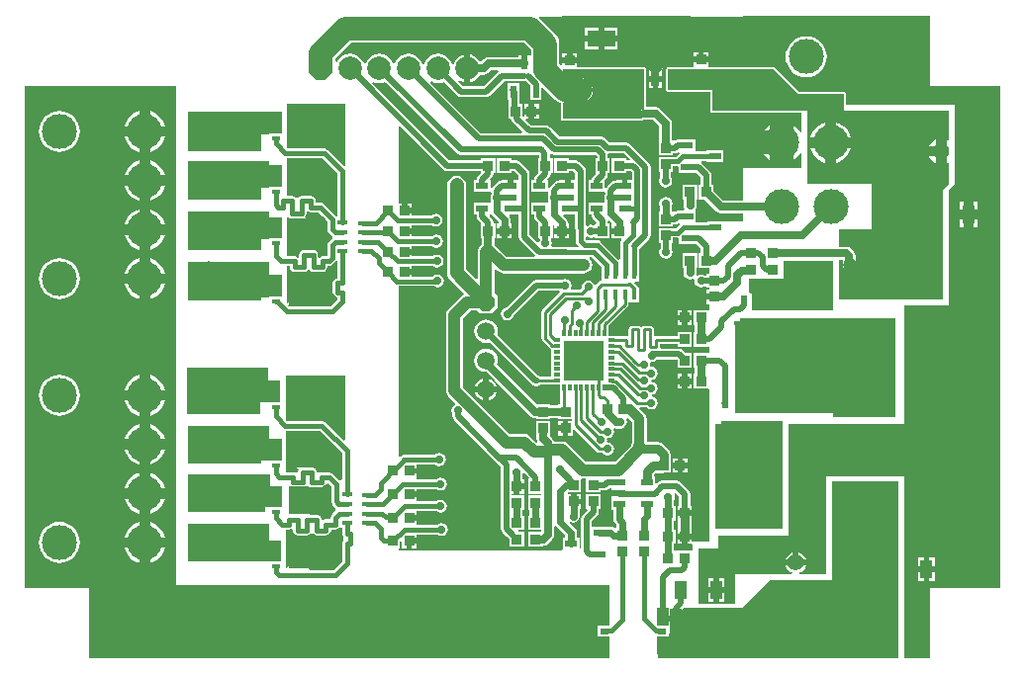
<source format=gtl>
G04*
G04 #@! TF.GenerationSoftware,Altium Limited,Altium Designer,19.1.5 (86)*
G04*
G04 Layer_Physical_Order=1*
G04 Layer_Color=255*
%FSLAX44Y44*%
%MOMM*%
G71*
G01*
G75*
%ADD10C,0.3000*%
%ADD12C,0.2500*%
%ADD14C,1.0000*%
%ADD17C,2.0000*%
%ADD51R,3.4500X3.4500*%
%ADD52R,0.6000X0.3000*%
%ADD53R,0.3000X0.6000*%
%ADD54R,0.8500X0.8500*%
%ADD55R,0.8500X0.4500*%
%ADD56R,1.0000X1.6000*%
%ADD57R,0.8500X0.8500*%
%ADD58R,0.6000X1.4000*%
%ADD59R,0.6500X1.2000*%
%ADD60R,2.4000X1.4000*%
%ADD61R,0.6000X1.0000*%
%ADD62R,1.0000X0.6000*%
%ADD63R,0.5900X0.8500*%
%ADD64R,0.6000X0.8000*%
%ADD65R,5.0000X4.0000*%
%ADD66R,0.5400X0.4200*%
%ADD67R,0.7000X0.4200*%
%ADD68R,0.8000X0.5000*%
%ADD69R,1.1000X4.0000*%
%ADD70R,0.4500X0.8500*%
%ADD71C,0.7000*%
%ADD72C,0.8000*%
%ADD73C,0.4000*%
%ADD74C,0.5000*%
%ADD75C,0.4500*%
%ADD76C,1.2000*%
%ADD77C,0.5500*%
%ADD78C,0.6000*%
%ADD79C,0.8500*%
%ADD80R,1.7100X2.3700*%
%ADD81R,1.0000X1.5500*%
%ADD82P,1.5154X8X22.5*%
%ADD83C,1.4000*%
%ADD84C,1.5000*%
%ADD85P,1.6236X8X292.5*%
%ADD86C,3.0000*%
%ADD87C,2.0000*%
%ADD88P,2.1648X8X22.5*%
%ADD89P,1.5154X8X112.5*%
%ADD90C,0.7000*%
%ADD91C,1.2000*%
G36*
X785000Y555000D02*
X785000Y495000D01*
X845000D01*
Y295000D01*
Y65000D01*
X785000D01*
X785000Y5000D01*
X763000D01*
X763000Y295000D01*
Y306918D01*
X801000D01*
Y406000D01*
X806000Y411000D01*
Y479000D01*
X713039D01*
Y488000D01*
X712884Y488780D01*
X712442Y489442D01*
X711780Y489884D01*
X711000Y490039D01*
X672845D01*
X652442Y510442D01*
X651780Y510884D01*
X651000Y511039D01*
X596433D01*
X595250Y511250D01*
X595250Y512309D01*
Y513000D01*
Y515000D01*
X582750D01*
Y513000D01*
X582750D01*
Y511250D01*
X581567Y511039D01*
X561000D01*
X560803Y511000D01*
X560000D01*
Y510737D01*
X559558Y510442D01*
X559116Y509780D01*
X558961Y509000D01*
Y492000D01*
X559116Y491220D01*
X559558Y490558D01*
X560220Y490116D01*
X561000Y489961D01*
X596961D01*
Y474000D01*
X597116Y473220D01*
X597558Y472558D01*
X598220Y472116D01*
X599000Y471961D01*
X675000D01*
Y455574D01*
X673730Y455256D01*
X673039Y456549D01*
X670789Y459290D01*
X668049Y461539D01*
X668000Y461565D01*
Y446500D01*
Y431435D01*
X668049Y431461D01*
X670789Y433711D01*
X673039Y436451D01*
X673730Y437744D01*
X675000Y437426D01*
Y425000D01*
X625000D01*
Y397108D01*
X608273D01*
X599700Y405681D01*
Y410250D01*
X598038D01*
Y418500D01*
X597689Y420256D01*
X596694Y421744D01*
X589694Y428744D01*
X589347Y428977D01*
X589058Y430697D01*
X589229Y430922D01*
X594000D01*
Y430000D01*
X608000D01*
Y440000D01*
X594000D01*
Y439078D01*
X585095D01*
X584000Y439500D01*
Y449500D01*
X570000D01*
Y449088D01*
X569046D01*
X567291Y448739D01*
X566470Y448191D01*
X565200Y448250D01*
X564358Y449171D01*
Y456500D01*
Y463000D01*
X563931Y465146D01*
X562715Y466965D01*
X554110Y475570D01*
X552291Y476786D01*
X550145Y477213D01*
X542038D01*
X542038Y508999D01*
X541883Y509779D01*
X541883Y509779D01*
X541883Y509779D01*
X541661Y510112D01*
X541441Y510441D01*
X541441Y510441D01*
X541441Y510441D01*
X541112Y510661D01*
X540779Y510883D01*
X540779Y510883D01*
X540779Y510883D01*
X539999Y511038D01*
X523000Y511039D01*
X482750D01*
Y513000D01*
Y514500D01*
X470250D01*
Y512980D01*
X469077Y512494D01*
X467854Y513717D01*
Y530951D01*
X467441Y534084D01*
X466232Y537003D01*
X464309Y539510D01*
X451260Y552559D01*
X450396Y553222D01*
X450827Y554492D01*
X469796D01*
Y555000D01*
X580000D01*
Y554492D01*
X625000D01*
Y555000D01*
X785000Y555000D01*
D02*
G37*
G36*
X443647Y525938D02*
Y522270D01*
X443155Y521203D01*
X440655D01*
Y514204D01*
X435655D01*
Y521203D01*
X433155D01*
Y519811D01*
X407000D01*
X404854Y519384D01*
X403035Y518169D01*
X400839Y515973D01*
X399930Y516026D01*
X399421Y516132D01*
X397559Y518559D01*
X395052Y520482D01*
X392133Y521691D01*
X391500Y521774D01*
Y510000D01*
Y498226D01*
X392133Y498309D01*
X395052Y499518D01*
X397559Y501441D01*
X399482Y503948D01*
X399666Y504392D01*
X402797D01*
X404943Y504819D01*
X406762Y506035D01*
X409323Y508596D01*
X415374D01*
X415760Y507326D01*
X415380Y507072D01*
X403100Y494792D01*
X385697D01*
X381329Y499160D01*
X382168Y500117D01*
X382948Y499518D01*
X385867Y498309D01*
X386500Y498226D01*
Y510000D01*
Y521774D01*
X385867Y521691D01*
X382948Y520482D01*
X380442Y518559D01*
X378518Y516052D01*
X377434Y513435D01*
X376582Y513318D01*
X376467Y513331D01*
X376116Y513413D01*
X374919Y516304D01*
X372915Y518915D01*
X370304Y520919D01*
X367263Y522178D01*
X364000Y522608D01*
X360737Y522178D01*
X357696Y520919D01*
X355085Y518915D01*
X353081Y516304D01*
X352062Y513844D01*
X350688D01*
X349669Y516304D01*
X347665Y518915D01*
X345054Y520919D01*
X342013Y522178D01*
X338750Y522608D01*
X335487Y522178D01*
X332446Y520919D01*
X329835Y518915D01*
X327831Y516304D01*
X326937Y514146D01*
X325563D01*
X324669Y516304D01*
X322665Y518915D01*
X320054Y520919D01*
X317013Y522178D01*
X313750Y522608D01*
X310487Y522178D01*
X307446Y520919D01*
X304835Y518915D01*
X302831Y516304D01*
X301937Y514146D01*
X300563D01*
X299669Y516304D01*
X297665Y518915D01*
X295054Y520919D01*
X292013Y522178D01*
X288750Y522608D01*
X285487Y522178D01*
X282446Y520919D01*
X279835Y518915D01*
X277831Y516304D01*
X277520Y515552D01*
X276250Y515805D01*
Y516250D01*
X275854Y516646D01*
Y518237D01*
X289513Y531896D01*
X437688D01*
X443647Y525938D01*
D02*
G37*
G36*
X442655Y495511D02*
Y483204D01*
X452655D01*
Y493023D01*
X453828Y493509D01*
X464240Y483097D01*
X466747Y481173D01*
X468965Y480254D01*
Y467297D01*
X469120Y466516D01*
X469562Y465855D01*
X470224Y465413D01*
X471004Y465257D01*
X538202D01*
X538366Y465290D01*
X538534Y465285D01*
X538753Y465367D01*
X538982Y465413D01*
X539121Y465506D01*
X539278Y465565D01*
X539449Y465725D01*
X539644Y465855D01*
X539737Y465994D01*
X539829Y466081D01*
X540250Y465997D01*
X547822D01*
X553142Y460677D01*
Y448250D01*
X552700D01*
Y435750D01*
X565200D01*
Y437412D01*
X566546D01*
X568302Y437761D01*
X569645Y438658D01*
X570454Y437672D01*
X567111Y434328D01*
X561200D01*
X560806Y434250D01*
X552700D01*
Y421750D01*
X554262D01*
Y416933D01*
X553569Y415896D01*
X553142Y413750D01*
X553569Y411604D01*
X554785Y409785D01*
X556604Y408569D01*
X558750Y408142D01*
X560896Y408569D01*
X562715Y409785D01*
X563931Y411604D01*
X564358Y413750D01*
X563931Y415896D01*
X563438Y416633D01*
Y421750D01*
X565200D01*
Y426172D01*
X568800D01*
X568800Y426172D01*
X569018Y426215D01*
X570000Y425409D01*
Y420500D01*
X584000D01*
Y420500D01*
X585180Y420282D01*
X588862Y416600D01*
Y410250D01*
X587200D01*
Y397750D01*
X591769D01*
X601985Y387535D01*
X603804Y386319D01*
X605950Y385892D01*
X625000D01*
Y379288D01*
X596393D01*
Y379000D01*
X594200D01*
Y378078D01*
X585295D01*
X584200Y378500D01*
X584200Y379348D01*
Y388500D01*
X584200Y388500D01*
X584200D01*
X584200Y388500D01*
X584463Y389661D01*
X584931Y390362D01*
X585358Y392508D01*
Y397750D01*
X585700D01*
Y410250D01*
X573200D01*
Y397750D01*
X574142D01*
Y392508D01*
X574569Y390362D01*
X574965Y389770D01*
X574286Y388500D01*
X570200D01*
Y388088D01*
X569046D01*
X567291Y387739D01*
X566470Y387191D01*
X565200Y387250D01*
X565200D01*
X564098Y387655D01*
Y391980D01*
X564181Y392104D01*
X564608Y394250D01*
X564181Y396396D01*
X562965Y398215D01*
X561146Y399431D01*
X559000Y399858D01*
X556854Y399431D01*
X555035Y398215D01*
X553819Y396396D01*
X553392Y394250D01*
X553819Y392104D01*
X553902Y391980D01*
Y387250D01*
X552700D01*
Y374750D01*
X565200D01*
Y376412D01*
X566546D01*
X568302Y376761D01*
X569791Y377756D01*
X569873Y377838D01*
X570017Y377802D01*
X570383Y376401D01*
X567311Y373328D01*
X561200D01*
X560806Y373250D01*
X552700D01*
Y360750D01*
X554412D01*
Y355783D01*
X553819Y354896D01*
X553392Y352750D01*
X553819Y350604D01*
X555035Y348785D01*
X556854Y347569D01*
X559000Y347142D01*
X561146Y347569D01*
X562965Y348785D01*
X564181Y350604D01*
X564608Y352750D01*
X564181Y354896D01*
X563588Y355783D01*
Y360750D01*
X565200D01*
Y365172D01*
X569000D01*
X569000Y365172D01*
X569218Y365215D01*
X570200Y364409D01*
Y359500D01*
X584200D01*
X584200Y359500D01*
Y359500D01*
X584200Y359500D01*
X585321Y359140D01*
X588862Y355600D01*
Y351750D01*
X587200D01*
Y339250D01*
X596393D01*
Y334547D01*
X594000D01*
Y332588D01*
X592033D01*
X591146Y333181D01*
X589000Y333608D01*
X586854Y333181D01*
X586262Y332785D01*
X585119Y333549D01*
X585358Y334750D01*
Y339250D01*
X585700D01*
Y351750D01*
X573200D01*
Y339250D01*
X574142D01*
Y334750D01*
X574569Y332604D01*
X575785Y330785D01*
X577604Y329569D01*
X579750Y329142D01*
X581896Y329569D01*
X582488Y329965D01*
X583631Y329201D01*
X583392Y328000D01*
X583819Y325854D01*
X585035Y324035D01*
X586854Y322819D01*
X589000Y322392D01*
X591146Y322819D01*
X592033Y323412D01*
X594000D01*
Y322047D01*
X596393D01*
Y320546D01*
X594000D01*
Y316796D01*
X600250D01*
Y311796D01*
X594000D01*
Y308046D01*
X596393D01*
Y303056D01*
X595250Y302750D01*
Y302750D01*
X582750D01*
Y290250D01*
X583392D01*
Y284250D01*
X582750D01*
Y271750D01*
X595250D01*
Y271750D01*
X596393Y271444D01*
Y266556D01*
X595250Y266250D01*
Y266250D01*
X582750D01*
Y253750D01*
X583392D01*
Y248250D01*
X582750D01*
Y235750D01*
X595250D01*
Y235750D01*
X596393Y235444D01*
Y104492D01*
X582000D01*
X581250Y105451D01*
Y106500D01*
X577500D01*
Y102750D01*
X580730D01*
X582000Y101791D01*
X582000Y97492D01*
X566098D01*
Y102750D01*
X567250D01*
Y115250D01*
X566098D01*
Y122750D01*
X567250D01*
Y135250D01*
X566098D01*
Y140480D01*
X566181Y140604D01*
X566608Y142750D01*
X566187Y144864D01*
X566183Y144900D01*
X566810Y146241D01*
X567177Y146295D01*
X570157Y143315D01*
Y135250D01*
X568750D01*
Y131500D01*
X575000D01*
X581250D01*
Y135250D01*
X579843D01*
Y145321D01*
X579474Y147174D01*
X578425Y148745D01*
X571746Y155424D01*
X570174Y156474D01*
X568321Y156843D01*
X555450D01*
X555450Y156843D01*
X553597Y156474D01*
X552025Y155424D01*
X552025Y155424D01*
X551173Y154572D01*
X550000Y155058D01*
Y160500D01*
X549118D01*
Y162349D01*
X550220Y163452D01*
X556931D01*
X557522Y163569D01*
X563431D01*
Y176069D01*
X563048D01*
Y179253D01*
X562583Y181594D01*
X561257Y183579D01*
X556570Y188265D01*
X554586Y189591D01*
X552245Y190057D01*
X542716D01*
Y209749D01*
X542716Y209750D01*
X542231Y212188D01*
X540849Y214256D01*
X536092Y219013D01*
X536578Y220186D01*
X542146D01*
X542581Y219535D01*
X544400Y218319D01*
X546546Y217892D01*
X548692Y218319D01*
X550512Y219535D01*
X551727Y221354D01*
X552154Y223500D01*
X551727Y225646D01*
X550512Y227465D01*
X548692Y228681D01*
X547007Y229016D01*
X546800Y229148D01*
X547054Y230493D01*
X548693Y230819D01*
X550512Y232035D01*
X551727Y233854D01*
X552154Y236000D01*
X551727Y238146D01*
X550512Y239965D01*
X548693Y241181D01*
X546622Y241593D01*
X546566Y241612D01*
X546344Y242151D01*
X546580Y242801D01*
X547087Y243500D01*
X548693Y243819D01*
X550512Y245035D01*
X551727Y246854D01*
X552154Y249000D01*
X551727Y251146D01*
X550512Y252965D01*
X548693Y254181D01*
X546547Y254608D01*
X546402Y254579D01*
X545504Y255477D01*
X545608Y256000D01*
X545271Y257691D01*
X546026Y258657D01*
X546249Y258792D01*
X547000Y258642D01*
X549146Y259069D01*
X550965Y260285D01*
X551204Y260642D01*
X568421D01*
X568750Y260312D01*
Y253750D01*
X581250D01*
Y266250D01*
X575790D01*
X573565Y268474D01*
X572077Y269469D01*
X570321Y269818D01*
X554454D01*
X553521Y271088D01*
X553616Y271567D01*
Y274186D01*
X568750D01*
Y271750D01*
X581250D01*
Y284250D01*
X568750D01*
Y280814D01*
X550303D01*
X549886Y280731D01*
X548616Y281693D01*
Y286340D01*
X548364Y287608D01*
X547646Y288683D01*
X546571Y289401D01*
X545303Y289653D01*
X540303D01*
X539035Y289401D01*
X537960Y288683D01*
X536807Y289244D01*
X536571Y289401D01*
X535303Y289653D01*
X530303D01*
X529035Y289401D01*
X527960Y288683D01*
X527241Y287608D01*
X526989Y286340D01*
Y281693D01*
X525719Y280731D01*
X525303Y280814D01*
X517500D01*
Y281000D01*
X510000D01*
Y288500D01*
X510000D01*
X510047Y289751D01*
X526140Y305843D01*
X526858Y306918D01*
X527110Y308186D01*
Y310000D01*
X536046D01*
Y322500D01*
X535126D01*
X535093Y322662D01*
X534320Y323820D01*
X531813Y326327D01*
X532299Y327500D01*
X536046D01*
Y340000D01*
X535875D01*
Y355090D01*
X544791Y364006D01*
X545785Y365494D01*
X546135Y367250D01*
Y425500D01*
X545785Y427256D01*
X544791Y428744D01*
X528291Y445244D01*
X526802Y446239D01*
X525047Y446588D01*
X510697D01*
X507041Y450244D01*
X505552Y451239D01*
X503797Y451588D01*
X468093D01*
X459937Y459744D01*
X458448Y460739D01*
X456693Y461088D01*
X456547D01*
X456547Y461088D01*
X443602D01*
X439007Y465683D01*
X439533Y466953D01*
X441655D01*
Y470704D01*
X437905D01*
Y469860D01*
X436635Y469181D01*
X436405Y469335D01*
Y479453D01*
X433743D01*
Y489703D01*
X433655Y490147D01*
Y497203D01*
X423655D01*
Y493557D01*
X423558Y493411D01*
X423208Y491655D01*
X423558Y489899D01*
X423655Y489753D01*
Y483204D01*
X424567D01*
Y479453D01*
X423905D01*
Y466953D01*
X426385D01*
X426666Y465541D01*
X427661Y464052D01*
X435951Y455761D01*
X435465Y454588D01*
X400650D01*
X357416Y497823D01*
X358135Y498899D01*
X360737Y497822D01*
X364000Y497392D01*
X367263Y497822D01*
X368979Y498532D01*
X380552Y486959D01*
X382041Y485965D01*
X383797Y485615D01*
X405000D01*
X406756Y485965D01*
X408244Y486959D01*
X420524Y499239D01*
X438155D01*
X438799Y499367D01*
X442655Y495511D01*
D02*
G37*
G36*
X539999Y508999D02*
X539999Y475096D01*
X539792Y475082D01*
X539342Y474993D01*
X538908Y474845D01*
X538496Y474642D01*
X538115Y474388D01*
X537770Y474085D01*
X537467Y473740D01*
X537212Y473359D01*
X537010Y472947D01*
X536862Y472513D01*
X536772Y472063D01*
X536743Y471605D01*
X536772Y471147D01*
X536862Y470697D01*
X537010Y470263D01*
X537212Y469851D01*
X537467Y469470D01*
X537770Y469125D01*
X538115Y468822D01*
X538496Y468567D01*
X538498Y468567D01*
X538202Y467297D01*
X471004D01*
Y480524D01*
X471506Y481154D01*
X472274Y481668D01*
X472799Y481646D01*
X486500D01*
X487372Y481684D01*
X488238Y481798D01*
X489091Y481987D01*
X489924Y482249D01*
X490730Y482583D01*
X491505Y482986D01*
X492241Y483456D01*
X492934Y483987D01*
X493578Y484577D01*
X494168Y485221D01*
X494699Y485914D01*
X495169Y486650D01*
X495572Y487425D01*
X495906Y488232D01*
X496169Y489064D01*
X496357Y489917D01*
X496471Y490783D01*
X496510Y491655D01*
X496471Y492527D01*
X496357Y493393D01*
X496169Y494246D01*
X495906Y495079D01*
X495572Y495885D01*
X495169Y496660D01*
X494699Y497396D01*
X494168Y498089D01*
X493578Y498733D01*
X492934Y499323D01*
X492241Y499854D01*
X491505Y500323D01*
X490730Y500727D01*
X489924Y501061D01*
X489091Y501324D01*
X488238Y501512D01*
X487372Y501627D01*
X486500Y501665D01*
X476945D01*
X471004Y507605D01*
Y509000D01*
X523000D01*
X539999Y508999D01*
D02*
G37*
G36*
X672000Y488000D02*
X711000D01*
Y474000D01*
X801000D01*
Y449159D01*
X799827Y448673D01*
X799500Y449000D01*
X799000D01*
Y439000D01*
Y429000D01*
X799500D01*
X799827Y429327D01*
X801000Y428841D01*
Y411000D01*
X796000Y406000D01*
Y312000D01*
X707000D01*
Y346192D01*
X710146D01*
Y342561D01*
X710573Y340415D01*
X711788Y338595D01*
X712745Y337639D01*
X714564Y336423D01*
X716710Y335996D01*
X718856Y336423D01*
X720676Y337639D01*
X721891Y339458D01*
X722318Y341604D01*
X721891Y343750D01*
X721361Y344543D01*
Y349246D01*
X720934Y351392D01*
X719719Y353212D01*
X717165Y355765D01*
X715346Y356981D01*
X713200Y357408D01*
X707000D01*
Y372000D01*
X735000D01*
Y411000D01*
X680000D01*
Y474000D01*
X599000D01*
Y492000D01*
X561000D01*
Y509000D01*
X651000D01*
X672000Y488000D01*
D02*
G37*
G36*
X230125Y454100D02*
X219500D01*
Y453800D01*
X213000D01*
Y439290D01*
X150000D01*
Y473000D01*
X230125D01*
Y454100D01*
D02*
G37*
G36*
X528046Y432511D02*
X527560Y431338D01*
X525047D01*
Y433000D01*
X512547D01*
Y420500D01*
X525047D01*
Y422162D01*
X528896D01*
X530037Y421021D01*
Y414250D01*
X526297D01*
Y409250D01*
X521297D01*
Y414250D01*
X516797D01*
Y413838D01*
X515797D01*
X514041Y413489D01*
X512552Y412494D01*
X508638Y408580D01*
X508066Y407725D01*
X506796Y408110D01*
Y414250D01*
X506796Y414250D01*
X506797D01*
X507643Y415107D01*
X508041Y415506D01*
X509035Y416994D01*
X509385Y418750D01*
Y420500D01*
X511047D01*
Y433000D01*
X509385D01*
Y436454D01*
X510171Y437412D01*
X523146D01*
X528046Y432511D01*
D02*
G37*
G36*
X285000Y426564D02*
X283730Y426038D01*
X269384Y440384D01*
X268061Y441268D01*
X266500Y441578D01*
X266500Y441578D01*
X234689D01*
X234650Y441618D01*
Y480000D01*
X285000D01*
X285000Y426564D01*
D02*
G37*
G36*
X310487Y497822D02*
X313750Y497392D01*
X317013Y497822D01*
X318729Y498532D01*
X380006Y437256D01*
X381494Y436261D01*
X383250Y435912D01*
X450099D01*
X450412Y435600D01*
Y433000D01*
X449547D01*
Y420500D01*
X449547Y420500D01*
X449546D01*
X448855Y419548D01*
X447552Y418244D01*
X446558Y416756D01*
X446208Y415000D01*
Y414250D01*
X443797D01*
Y404250D01*
X457797D01*
X458501Y403272D01*
Y401838D01*
X458290Y401522D01*
X457902Y399571D01*
Y396476D01*
X457797Y395250D01*
X443797D01*
Y385250D01*
X446208D01*
Y383500D01*
X446558Y381744D01*
X447552Y380256D01*
X449916Y377892D01*
X449547Y377000D01*
X449547D01*
Y364500D01*
X450918D01*
X451173Y363230D01*
X450616Y362396D01*
X450418Y361401D01*
X449040Y360983D01*
X442338Y367685D01*
Y390250D01*
Y420000D01*
X441989Y421756D01*
X440994Y423244D01*
X434244Y429994D01*
X432756Y430989D01*
X431000Y431338D01*
X427047D01*
Y433000D01*
X414547D01*
Y420500D01*
X427047D01*
Y422162D01*
X429100D01*
X433162Y418100D01*
Y415369D01*
X432797Y414250D01*
X428297D01*
Y409250D01*
X423297D01*
Y414250D01*
X418797D01*
Y413838D01*
X418003D01*
X416248Y413489D01*
X414759Y412494D01*
X410845Y408580D01*
X410066Y407415D01*
X408797Y407800D01*
Y414250D01*
X408797D01*
X408427Y415142D01*
X410041Y416756D01*
X411035Y418244D01*
X411385Y420000D01*
Y420500D01*
X413046D01*
Y433000D01*
X400546D01*
Y431338D01*
X373900D01*
X307593Y497646D01*
X308312Y498722D01*
X310487Y497822D01*
D02*
G37*
G36*
X368756Y423506D02*
X370244Y422511D01*
X372000Y422162D01*
X400546D01*
Y420500D01*
X400546Y420500D01*
X400546D01*
X399855Y419548D01*
X398552Y418244D01*
X397558Y416756D01*
X397208Y415000D01*
Y414250D01*
X394796D01*
Y404250D01*
X408797D01*
X409501Y403272D01*
Y401838D01*
X409290Y401522D01*
X408902Y399571D01*
Y396476D01*
X408797Y395250D01*
X394796D01*
Y385250D01*
X397208D01*
Y383500D01*
X397558Y381744D01*
X398552Y380256D01*
X400916Y377892D01*
X400546Y377000D01*
X400546D01*
Y364500D01*
X401189D01*
Y359084D01*
X400008Y357903D01*
X398885Y356441D01*
X398180Y354738D01*
X397940Y352910D01*
Y330131D01*
X396766Y329645D01*
X388069Y338342D01*
Y410000D01*
X387794Y412088D01*
X386988Y414035D01*
X385706Y415706D01*
X384035Y416988D01*
X382088Y417794D01*
X380000Y418069D01*
X377912Y417794D01*
X375965Y416988D01*
X374294Y415706D01*
X373012Y414035D01*
X372206Y412088D01*
X371931Y410000D01*
Y335000D01*
X372206Y332912D01*
X373012Y330965D01*
X374294Y329294D01*
X386079Y317510D01*
X385831Y316264D01*
X385470Y316115D01*
X384008Y314993D01*
X373008Y303993D01*
X371885Y302530D01*
X371180Y300827D01*
X370940Y299000D01*
Y234142D01*
X371180Y232315D01*
X371885Y230612D01*
X373008Y229150D01*
X378792Y223365D01*
X378450Y221911D01*
X377035Y220965D01*
X375819Y219146D01*
X375392Y217000D01*
X375819Y214854D01*
X376412Y213967D01*
Y212000D01*
X376761Y210244D01*
X377756Y208756D01*
X413006Y173506D01*
X417777Y168734D01*
Y115732D01*
X418126Y113976D01*
X419121Y112487D01*
X422657Y108952D01*
X423129Y108636D01*
X425250Y106515D01*
Y100504D01*
X437750D01*
Y113004D01*
X432651D01*
X432497Y113234D01*
X433176Y114504D01*
X437750D01*
Y127004D01*
X436531D01*
Y131750D01*
X437615D01*
Y144250D01*
X426954D01*
Y145750D01*
X428865D01*
Y152000D01*
X431365D01*
Y154500D01*
X437615D01*
Y158250D01*
X436463D01*
Y162752D01*
X437733Y163278D01*
X441693Y159319D01*
X441250Y158250D01*
X441250D01*
Y145750D01*
X452392D01*
Y144250D01*
X441250D01*
Y131750D01*
X442402D01*
Y127004D01*
X441250D01*
Y114504D01*
X452392D01*
Y113077D01*
X452319Y113004D01*
X441250D01*
Y100504D01*
X453750D01*
Y101146D01*
X454000D01*
X456146Y101573D01*
X457965Y102788D01*
X461965Y106789D01*
X463181Y108608D01*
X463608Y110754D01*
Y117387D01*
X464878Y117913D01*
X472902Y109888D01*
Y108000D01*
X471000D01*
Y98762D01*
X469940Y97492D01*
X330000Y97492D01*
Y99000D01*
X331500D01*
Y104820D01*
X331730Y104973D01*
X333000Y104295D01*
Y99000D01*
X336750D01*
Y105250D01*
X339250D01*
Y107750D01*
X345500D01*
Y110922D01*
X363204D01*
X364854Y109819D01*
X367000Y109392D01*
X369146Y109819D01*
X370965Y111035D01*
X372181Y112854D01*
X372608Y115000D01*
X372181Y117146D01*
X370965Y118965D01*
X369146Y120181D01*
X367000Y120608D01*
X364854Y120181D01*
X363204Y119078D01*
X345500D01*
Y122750D01*
X339250D01*
Y127750D01*
X345500D01*
Y130922D01*
X362204D01*
X363854Y129819D01*
X366000Y129392D01*
X368146Y129819D01*
X369965Y131035D01*
X371181Y132854D01*
X371608Y135000D01*
X371181Y137146D01*
X369965Y138965D01*
X368146Y140181D01*
X366000Y140608D01*
X363854Y140181D01*
X362204Y139078D01*
X345500D01*
Y142750D01*
X339250D01*
Y147750D01*
X345500D01*
Y149922D01*
X362204D01*
X363854Y148819D01*
X366000Y148392D01*
X368146Y148819D01*
X369965Y150035D01*
X371181Y151854D01*
X371608Y154000D01*
X371181Y156146D01*
X369965Y157965D01*
X368146Y159181D01*
X366000Y159608D01*
X363854Y159181D01*
X362204Y158078D01*
X346341D01*
X345500Y159000D01*
Y162750D01*
X339250D01*
Y167750D01*
X345500D01*
Y170922D01*
X361204D01*
X362854Y169819D01*
X365000Y169392D01*
X367146Y169819D01*
X368965Y171035D01*
X370181Y172854D01*
X370608Y175000D01*
X370181Y177146D01*
X368965Y178965D01*
X367146Y180181D01*
X365000Y180608D01*
X362854Y180181D01*
X361204Y179078D01*
X334500D01*
X332939Y178768D01*
X331616Y177884D01*
X331270Y177366D01*
X330000Y177751D01*
Y323672D01*
X360078D01*
X361354Y322819D01*
X363500Y322392D01*
X365646Y322819D01*
X367465Y324035D01*
X368681Y325854D01*
X369108Y328000D01*
X368681Y330146D01*
X367465Y331965D01*
X365646Y333181D01*
X363500Y333608D01*
X361354Y333181D01*
X359535Y331965D01*
X359443Y331828D01*
X341500D01*
Y333000D01*
X335250D01*
Y338000D01*
X341500D01*
Y340922D01*
X359204D01*
X360854Y339819D01*
X363000Y339392D01*
X365146Y339819D01*
X366965Y341035D01*
X368181Y342854D01*
X368608Y345000D01*
X368181Y347146D01*
X366965Y348965D01*
X365146Y350181D01*
X363000Y350608D01*
X360854Y350181D01*
X359204Y349078D01*
X341500D01*
Y350500D01*
X335250D01*
Y355500D01*
X341500D01*
Y357922D01*
X358704D01*
X360354Y356819D01*
X362500Y356392D01*
X364646Y356819D01*
X366465Y358035D01*
X367681Y359854D01*
X368108Y362000D01*
X367681Y364146D01*
X366465Y365965D01*
X364646Y367181D01*
X362500Y367608D01*
X360354Y367181D01*
X358704Y366078D01*
X341500D01*
Y368000D01*
X335250D01*
Y373000D01*
X341500D01*
Y375922D01*
X358454D01*
X360104Y374819D01*
X362250Y374392D01*
X364396Y374819D01*
X366215Y376035D01*
X367431Y377854D01*
X367858Y380000D01*
X367431Y382146D01*
X366215Y383965D01*
X364396Y385181D01*
X362250Y385608D01*
X360104Y385181D01*
X358454Y384078D01*
X341500D01*
Y385500D01*
X335250D01*
Y388000D01*
X332750D01*
Y394250D01*
X330000D01*
Y460602D01*
X331173Y461088D01*
X368756Y423506D01*
D02*
G37*
G36*
X461744Y436261D02*
X463500Y435912D01*
X498850D01*
X500208Y434553D01*
Y433000D01*
X498547D01*
Y420500D01*
X498546D01*
X498989Y419431D01*
X496552Y416994D01*
X495558Y415506D01*
X495308Y414250D01*
X492797D01*
Y404250D01*
X506796D01*
X507295Y403186D01*
Y402277D01*
X506790Y401522D01*
X506402Y399571D01*
Y395250D01*
X492797D01*
Y385250D01*
X495208D01*
Y384796D01*
X495558Y383041D01*
X496552Y381552D01*
X499834Y378270D01*
X499308Y377000D01*
X498546D01*
Y376273D01*
X497276Y375594D01*
X497146Y375681D01*
X495000Y376108D01*
X492854Y375681D01*
X491858Y375015D01*
X490588Y375694D01*
Y390204D01*
Y422250D01*
X490239Y424006D01*
X489244Y425494D01*
X484744Y429994D01*
X483256Y430989D01*
X481500Y431338D01*
X476046D01*
Y433000D01*
X463546D01*
Y420500D01*
X476046D01*
Y422162D01*
X479600D01*
X481412Y420350D01*
Y414250D01*
X477296D01*
Y409250D01*
X472296D01*
Y414250D01*
X467797D01*
Y413838D01*
X467003D01*
X465248Y413489D01*
X463759Y412494D01*
X459845Y408580D01*
X459067Y407415D01*
X457797Y407800D01*
Y414250D01*
X457797D01*
X457427Y415142D01*
X459041Y416756D01*
X460035Y418244D01*
X460385Y420000D01*
Y420500D01*
X462047D01*
Y433000D01*
X459588D01*
Y436174D01*
X460858Y436853D01*
X461744Y436261D01*
D02*
G37*
G36*
X219500Y427000D02*
X230125D01*
Y408350D01*
X219500D01*
Y407800D01*
X213000D01*
Y397290D01*
X150000D01*
Y430710D01*
X219500D01*
Y427000D01*
D02*
G37*
G36*
X277922Y420311D02*
Y383618D01*
X276652Y383233D01*
X276384Y383634D01*
X276384Y383634D01*
X266134Y393884D01*
X264811Y394768D01*
X263250Y395078D01*
X263250Y395078D01*
X259328D01*
Y396565D01*
X259018Y398126D01*
X258134Y399449D01*
X256811Y400333D01*
X255250Y400644D01*
X247250D01*
X245689Y400333D01*
X244366Y399449D01*
X244014Y398922D01*
X242486D01*
X242134Y399449D01*
X240811Y400333D01*
X239250Y400644D01*
X234650D01*
Y433422D01*
X264811D01*
X277922Y420311D01*
D02*
G37*
G36*
X481412Y373250D02*
X481761Y371494D01*
X481922Y371254D01*
Y362111D01*
X481922Y362111D01*
X482232Y360550D01*
X483116Y359227D01*
X484341Y358002D01*
X483855Y356828D01*
X474996D01*
X474756Y356989D01*
X473000Y357338D01*
X461877D01*
X461078Y358608D01*
X461404Y360250D01*
X460977Y362396D01*
X460420Y363230D01*
X460675Y364500D01*
X462047D01*
Y375722D01*
X463316Y376507D01*
X463546Y376391D01*
Y373250D01*
X469797D01*
X476046D01*
Y377000D01*
X474894D01*
Y378093D01*
X474506Y380044D01*
X473401Y381698D01*
X471022Y384077D01*
X471508Y385250D01*
X481412D01*
Y373250D01*
D02*
G37*
G36*
X432797Y385250D02*
X433162Y384131D01*
Y365784D01*
X433511Y364028D01*
X434506Y362540D01*
X447111Y349934D01*
X446585Y348664D01*
X422824D01*
X412404Y359084D01*
Y364500D01*
X413046D01*
Y377000D01*
X411385D01*
Y378500D01*
X411035Y380256D01*
X410041Y381744D01*
X408399Y383386D01*
X408519Y385011D01*
X408715Y385180D01*
X409896Y384825D01*
X410395Y384078D01*
X415699Y378774D01*
Y377000D01*
X414547D01*
Y373250D01*
X420797D01*
X427047D01*
Y377000D01*
X425895D01*
Y380886D01*
X425506Y382837D01*
X424743Y383980D01*
X425377Y385250D01*
X432797D01*
D02*
G37*
G36*
X512144Y378146D02*
X512547Y377000D01*
X512547D01*
X512547Y377000D01*
Y373250D01*
X518796D01*
Y368250D01*
X512547D01*
Y364500D01*
X520620D01*
X521106Y363327D01*
X520913Y363134D01*
X520029Y361811D01*
X519718Y360250D01*
X519718Y360250D01*
Y346805D01*
X519355Y346554D01*
X518448Y346320D01*
X503134Y361634D01*
X501811Y362518D01*
X500250Y362828D01*
X500250Y362828D01*
X491050D01*
X490078Y363800D01*
Y365854D01*
X491348Y366325D01*
X492854Y365319D01*
X495000Y364892D01*
X497146Y365319D01*
X497276Y365406D01*
X498546Y364728D01*
Y364500D01*
X511046D01*
Y377000D01*
X509385D01*
Y379110D01*
X510655Y379636D01*
X512144Y378146D01*
D02*
G37*
G36*
X253689Y387232D02*
X255250Y386922D01*
X261561D01*
X269422Y379061D01*
Y372250D01*
X269422Y372250D01*
X269732Y370689D01*
X270616Y369366D01*
X273366Y366616D01*
X273366Y366616D01*
X273894Y366264D01*
Y364736D01*
X273366Y364384D01*
X273366Y364384D01*
X270616Y361634D01*
X269732Y360311D01*
X269422Y358750D01*
X269422Y358750D01*
Y349439D01*
X269061Y349078D01*
X265150D01*
X263589Y348768D01*
X262498Y348039D01*
X261654Y348307D01*
X261228Y348602D01*
Y350317D01*
X260918Y351878D01*
X260034Y353201D01*
X258711Y354085D01*
X257150Y354395D01*
X249150D01*
X247589Y354085D01*
X246266Y353201D01*
X245382Y351878D01*
X245072Y350317D01*
Y348602D01*
X244646Y348307D01*
X243802Y348039D01*
X242711Y348768D01*
X241150Y349078D01*
X234650D01*
Y382480D01*
X235854Y382941D01*
X236000Y381855D01*
X236000D01*
Y358155D01*
X253100D01*
Y381855D01*
X250474D01*
X250089Y383125D01*
X250134Y383155D01*
X251018Y384478D01*
X251328Y386039D01*
Y387398D01*
X251754Y387692D01*
X252598Y387961D01*
X253689Y387232D01*
D02*
G37*
G36*
X219500Y382750D02*
X230125D01*
Y364350D01*
X219500D01*
Y363550D01*
X213000D01*
Y354707D01*
X150000D01*
Y387683D01*
X219500D01*
Y382750D01*
D02*
G37*
G36*
X277922Y344882D02*
Y330328D01*
X277898D01*
X276337Y330018D01*
X275014Y329134D01*
X274130Y327811D01*
X273820Y326250D01*
Y318250D01*
X274130Y316689D01*
X275014Y315366D01*
X276337Y314482D01*
X277898Y314172D01*
X277922D01*
Y311939D01*
X272061Y306078D01*
X236339D01*
X235202Y307215D01*
X236047Y308142D01*
X237093Y308155D01*
X237246Y308155D01*
X253100D01*
Y331855D01*
X236000D01*
Y309424D01*
X234730Y308666D01*
X234650Y308701D01*
Y340922D01*
X237072D01*
Y339683D01*
X237382Y338122D01*
X238266Y336799D01*
X239589Y335915D01*
X241150Y335605D01*
X249150D01*
X250711Y335915D01*
X252034Y336799D01*
X252386Y337327D01*
X253914D01*
X254266Y336799D01*
X255589Y335915D01*
X257150Y335605D01*
X265150D01*
X266711Y335915D01*
X268034Y336799D01*
X268918Y338122D01*
X269228Y339683D01*
Y340922D01*
X270750D01*
X270750Y340922D01*
X272311Y341232D01*
X273634Y342116D01*
X276384Y344866D01*
X276384Y344866D01*
X276652Y345267D01*
X277922Y344882D01*
D02*
G37*
G36*
X502780Y340952D02*
X503547Y340000D01*
Y328273D01*
X502482Y328061D01*
X501407Y327343D01*
X498973Y324909D01*
X498598Y324905D01*
X497474Y325206D01*
X496465Y326715D01*
X494646Y327931D01*
X492500Y328358D01*
X490354Y327931D01*
X488535Y326715D01*
X487319Y324896D01*
X486892Y322750D01*
X487045Y321981D01*
X485627Y320563D01*
X478395D01*
X477796Y321683D01*
X477980Y321958D01*
X478407Y324104D01*
X477980Y326250D01*
X476764Y328069D01*
X474945Y329285D01*
X472799Y329712D01*
X470653Y329285D01*
X469766Y328692D01*
X447812D01*
X446056Y328343D01*
X444567Y327348D01*
X422197Y304978D01*
X421151Y304770D01*
X419331Y303554D01*
X418116Y301735D01*
X417689Y299589D01*
X418116Y297443D01*
X419331Y295624D01*
X421151Y294408D01*
X423297Y293981D01*
X425443Y294408D01*
X427262Y295624D01*
X428477Y297443D01*
X428685Y298489D01*
X449712Y319516D01*
X467675D01*
X468161Y318342D01*
X453407Y303589D01*
X452689Y302514D01*
X452436Y301246D01*
Y278861D01*
X452689Y277593D01*
X453407Y276518D01*
X459518Y270407D01*
X460500Y269751D01*
Y264000D01*
Y254000D01*
Y245814D01*
X451641D01*
X450256Y246739D01*
X449624Y246865D01*
X414554Y281935D01*
X414743Y282390D01*
X415086Y285000D01*
X414743Y287610D01*
X413735Y290043D01*
X412132Y292132D01*
X410043Y293735D01*
X407611Y294743D01*
X405000Y295086D01*
X402389Y294743D01*
X399957Y293735D01*
X397868Y292132D01*
X396265Y290043D01*
X395257Y287610D01*
X394914Y285000D01*
X395257Y282390D01*
X396265Y279957D01*
X397868Y277868D01*
X399957Y276265D01*
X402389Y275257D01*
X405000Y274914D01*
X407611Y275257D01*
X408065Y275446D01*
X444256Y239256D01*
X445744Y238261D01*
X447500Y237912D01*
X448500D01*
X450256Y238261D01*
X451641Y239186D01*
X460500D01*
Y239000D01*
X468000D01*
Y231500D01*
X468186D01*
Y222000D01*
X466750D01*
Y221358D01*
X460250D01*
Y222000D01*
X449180D01*
X414464Y256717D01*
X414743Y257390D01*
X415086Y260000D01*
X414743Y262610D01*
X413735Y265043D01*
X412132Y267132D01*
X410043Y268735D01*
X407611Y269743D01*
X405000Y270086D01*
X402389Y269743D01*
X399957Y268735D01*
X397868Y267132D01*
X396265Y265043D01*
X395257Y262610D01*
X394914Y260000D01*
X395257Y257390D01*
X396265Y254957D01*
X397868Y252868D01*
X399957Y251265D01*
X402389Y250257D01*
X405000Y249914D01*
X405359Y249961D01*
X412496Y242823D01*
X411657Y241866D01*
X410934Y242421D01*
X409791Y243298D01*
X407500Y244247D01*
Y237500D01*
X414247D01*
X413298Y239791D01*
X412421Y240934D01*
X411866Y241657D01*
X412823Y242496D01*
X443535Y211785D01*
X445354Y210569D01*
X447500Y210142D01*
X447750D01*
Y209500D01*
X460250D01*
Y210142D01*
X466750D01*
Y209500D01*
X478186D01*
Y208000D01*
X475500D01*
Y201750D01*
Y195500D01*
X479250D01*
Y200565D01*
X480423Y201052D01*
X499818Y181657D01*
X500893Y180939D01*
X502161Y180686D01*
X504599D01*
X505035Y180035D01*
X506854Y178819D01*
X509000Y178392D01*
X511146Y178819D01*
X512965Y180035D01*
X514181Y181854D01*
X514608Y184000D01*
X514181Y186146D01*
X512965Y187965D01*
X511146Y189181D01*
X509316Y189545D01*
X508985Y189635D01*
X508364Y190776D01*
X508608Y192000D01*
X508442Y192835D01*
X508999Y193392D01*
X511145Y193819D01*
X512964Y195034D01*
X514180Y196854D01*
X514607Y199000D01*
X514283Y200625D01*
X515124Y201652D01*
X515261Y201725D01*
X516627Y201454D01*
X520297D01*
X522443Y201881D01*
X524262Y203096D01*
X525477Y204916D01*
X525904Y207062D01*
X525477Y209207D01*
X525410Y209309D01*
X526019Y210683D01*
X526349Y210732D01*
X529971Y207110D01*
Y189375D01*
X529524Y188295D01*
X529343Y186924D01*
X515480Y173060D01*
X490724D01*
X475392Y188392D01*
X473930Y189514D01*
X472227Y190220D01*
X470400Y190460D01*
X463317D01*
X463181Y191146D01*
X461965Y192965D01*
X460569Y194362D01*
X460250Y195500D01*
X460250D01*
Y208000D01*
X447750D01*
Y195500D01*
X448392D01*
Y193000D01*
X448819Y190854D01*
X449174Y190323D01*
X448188Y189513D01*
X442958Y194742D01*
X441496Y195865D01*
X439793Y196570D01*
X437966Y196810D01*
X425317D01*
X385060Y237067D01*
Y296075D01*
X391925Y302940D01*
X397060D01*
X400000Y300000D01*
X410000D01*
X415000Y305000D01*
Y315000D01*
X412060Y317940D01*
Y337799D01*
X413234Y338285D01*
X414907Y336612D01*
X416369Y335490D01*
X418072Y334784D01*
X419899Y334544D01*
X488493D01*
X490321Y334784D01*
X492024Y335490D01*
X493486Y336612D01*
X493882Y337007D01*
X495004Y338470D01*
X495709Y340173D01*
X495950Y342000D01*
X495709Y343827D01*
X495004Y345530D01*
X493882Y346992D01*
X493349Y347402D01*
X493780Y348672D01*
X495061D01*
X502780Y340952D01*
D02*
G37*
G36*
X219500Y333000D02*
X230125D01*
Y314350D01*
X219500D01*
Y313800D01*
X213000D01*
Y311290D01*
X150000D01*
Y344710D01*
X219500D01*
Y333000D01*
D02*
G37*
G36*
X702000Y303000D02*
X633000D01*
Y317000D01*
X630900D01*
Y317750D01*
X630000D01*
Y330000D01*
X660000D01*
Y345000D01*
X702000D01*
Y303000D01*
D02*
G37*
G36*
X217790Y254000D02*
X218500Y253706D01*
Y243000D01*
X229125D01*
Y224100D01*
X219500D01*
Y223800D01*
X212000D01*
Y213754D01*
X149000D01*
Y254000D01*
X217790D01*
D02*
G37*
G36*
X755000Y211000D02*
X702175D01*
X701907Y211111D01*
Y215000D01*
X618000D01*
Y290500D01*
X617550D01*
Y293500D01*
Y293500D01*
X622550D01*
Y295750D01*
X755000D01*
Y211000D01*
D02*
G37*
G36*
X659000Y116000D02*
X601200Y116000D01*
X601200Y202500D01*
X601050D01*
Y205500D01*
Y205500D01*
X606050D01*
Y207750D01*
X651050D01*
Y205500D01*
Y207750D01*
X652216Y208000D01*
X659000D01*
Y116000D01*
D02*
G37*
G36*
X285000Y192236D02*
X283152Y191471D01*
X267561Y207062D01*
X264500Y208330D01*
X234793D01*
X234000Y209123D01*
Y246710D01*
X285000D01*
X285000Y192236D01*
D02*
G37*
G36*
X218790Y204000D02*
X219500Y203706D01*
Y193000D01*
X230125D01*
Y174350D01*
X219500D01*
Y173800D01*
X213000D01*
Y171290D01*
X150000D01*
Y204000D01*
X218790D01*
D02*
G37*
G36*
X281670Y180707D02*
Y157800D01*
X280333Y157268D01*
X279671Y157203D01*
X273811Y163062D01*
X270750Y164330D01*
X264000D01*
X262330Y163638D01*
X260389Y164167D01*
X260071Y164807D01*
X259061Y167245D01*
X256000Y168513D01*
X253100D01*
Y191855D01*
X236000D01*
Y168155D01*
X243236D01*
X244487Y166155D01*
X243929Y164807D01*
X243611Y164167D01*
X241670Y163638D01*
X240000Y164330D01*
X234000D01*
Y199670D01*
X262707D01*
X281670Y180707D01*
D02*
G37*
G36*
X272420Y152207D02*
Y139000D01*
X273689Y135939D01*
X275938Y133689D01*
X276165Y133595D01*
X276265Y131388D01*
X273189Y128312D01*
X271921Y125250D01*
Y123830D01*
X268000D01*
X266329Y123138D01*
X264415Y123562D01*
X264041Y124277D01*
X263061Y126642D01*
X260000Y127910D01*
X254999D01*
X253100Y128155D01*
X253100Y129423D01*
Y150523D01*
X255098Y151861D01*
X256000Y151487D01*
X264000D01*
X267061Y152755D01*
X267642Y154157D01*
X270001Y154626D01*
X272420Y152207D01*
D02*
G37*
G36*
X220000Y152000D02*
X220145Y151855D01*
X230125D01*
Y134750D01*
X216250D01*
Y130250D01*
X150000D01*
Y162000D01*
X220000D01*
Y152000D01*
D02*
G37*
G36*
X487800Y158940D02*
X490750D01*
Y146750D01*
X503250D01*
Y148412D01*
X506500D01*
X508256Y148761D01*
X509744Y149756D01*
X510730Y150741D01*
X512000Y150500D01*
Y148500D01*
X519000D01*
Y143500D01*
X512000D01*
Y141000D01*
Y131500D01*
X513902D01*
Y124000D01*
X514290Y122049D01*
X515395Y120395D01*
X516902Y118888D01*
Y116474D01*
X515632Y116271D01*
X514568Y116463D01*
X513451Y117210D01*
X511500Y117598D01*
X502000D01*
X501507Y117500D01*
X495588D01*
Y122100D01*
X500244Y126756D01*
X501239Y128244D01*
X501588Y130000D01*
Y132750D01*
X503250D01*
Y145250D01*
X490750D01*
Y132750D01*
X491465D01*
X491991Y131480D01*
X487756Y127244D01*
X486761Y125756D01*
X486412Y124000D01*
Y98731D01*
X486270Y98642D01*
X485000Y99343D01*
Y108000D01*
X483098D01*
Y112000D01*
X482710Y113951D01*
X481605Y115605D01*
X476234Y120975D01*
X477044Y121962D01*
X478049Y121290D01*
X480000Y120902D01*
X481951Y121290D01*
X483605Y122395D01*
X484710Y124049D01*
X485098Y126000D01*
Y132750D01*
X486250D01*
Y136500D01*
X480000D01*
Y139000D01*
X477500D01*
Y145250D01*
X475526D01*
X474841Y146520D01*
X474993Y146750D01*
X486250D01*
Y158181D01*
X487205Y159018D01*
X487800Y158940D01*
D02*
G37*
G36*
X281670Y116308D02*
Y111250D01*
X282837Y108434D01*
X282934Y107250D01*
X282837Y106066D01*
X281670Y103250D01*
Y91250D01*
Y87543D01*
X274127Y80000D01*
X253933D01*
X253100Y81655D01*
X253100Y82000D01*
Y105355D01*
X236000D01*
Y83711D01*
X234000Y82130D01*
Y115170D01*
X236000D01*
X237670Y115862D01*
X239670Y114526D01*
Y114320D01*
X240938Y111258D01*
X244000Y109990D01*
X252000D01*
X254816Y111157D01*
X256000Y111254D01*
X257184Y111157D01*
X260000Y109990D01*
X268000D01*
X271061Y111258D01*
X272330Y114320D01*
Y115170D01*
X276250D01*
X278000Y115896D01*
X279750Y116500D01*
X281670Y116308D01*
D02*
G37*
G36*
X763000Y160500D02*
X696000D01*
Y106000D01*
D01*
X696000Y77000D01*
X673469D01*
X673216Y78270D01*
X674589Y78839D01*
X676469Y80281D01*
X677912Y82161D01*
X678756Y84200D01*
X670050D01*
X661344D01*
X662189Y82161D01*
X663631Y80281D01*
X665511Y78839D01*
X666884Y78270D01*
X666631Y77000D01*
X618000D01*
X618000Y51000D01*
X587000Y51000D01*
X587000Y99000D01*
X603550Y99000D01*
Y109888D01*
X664050D01*
Y205500D01*
X763000D01*
Y160500D01*
D02*
G37*
G36*
X219000Y105355D02*
X229500D01*
Y87850D01*
X219500D01*
Y87754D01*
X150000D01*
Y120246D01*
X219000D01*
Y105355D01*
D02*
G37*
G36*
X758000Y5000D02*
X552000Y5000D01*
Y8000D01*
X561500D01*
Y23500D01*
X561500D01*
Y26075D01*
X562761Y26244D01*
X563756Y24756D01*
X565244Y23761D01*
X567000Y23412D01*
X568756Y23761D01*
X570244Y24756D01*
X571239Y26244D01*
X571588Y28000D01*
Y36000D01*
Y45298D01*
X574290Y48000D01*
X624000Y48000D01*
X648000Y72000D01*
X701000Y72000D01*
Y156000D01*
X758000D01*
X758000Y5000D01*
D02*
G37*
G36*
X140000Y67500D02*
X510500D01*
Y49270D01*
X510500Y48000D01*
X500500D01*
Y32500D01*
X500500D01*
Y23500D01*
X500500D01*
Y8000D01*
X510500D01*
X510500Y6730D01*
Y5000D01*
X65000Y5000D01*
Y65000D01*
X10000D01*
Y495000D01*
X140000D01*
X140000Y67500D01*
D02*
G37*
%LPC*%
G36*
X517750Y544750D02*
X506250D01*
Y538250D01*
X517750D01*
Y544750D01*
D02*
G37*
G36*
X501250D02*
X489750D01*
Y538250D01*
X501250D01*
Y544750D01*
D02*
G37*
G36*
X517750Y533250D02*
X506250D01*
Y526750D01*
X517750D01*
Y533250D01*
D02*
G37*
G36*
X501250D02*
X489750D01*
Y526750D01*
X501250D01*
Y533250D01*
D02*
G37*
G36*
X595250Y523750D02*
X591500D01*
Y520000D01*
X595250D01*
Y523750D01*
D02*
G37*
G36*
X586500D02*
X582750D01*
Y520000D01*
X586500D01*
Y523750D01*
D02*
G37*
G36*
X482750Y523250D02*
X479000D01*
Y519500D01*
X482750D01*
Y523250D01*
D02*
G37*
G36*
X474000D02*
X470250D01*
Y519500D01*
X474000D01*
Y523250D01*
D02*
G37*
G36*
X556112Y510112D02*
X553000Y507000D01*
X547000D01*
X544054Y509946D01*
X544750Y509000D01*
X544750D01*
X544750Y509000D01*
Y503500D01*
X550000D01*
X555250D01*
Y509000D01*
X555250Y509000D01*
X555250D01*
X555948Y509948D01*
X556112Y510112D01*
D02*
G37*
G36*
X679000Y537585D02*
X675569Y537247D01*
X672271Y536246D01*
X669230Y534621D01*
X666566Y532434D01*
X664379Y529770D01*
X662754Y526729D01*
X661753Y523431D01*
X661415Y520000D01*
X661753Y516569D01*
X662754Y513271D01*
X664379Y510230D01*
X666566Y507566D01*
X669230Y505379D01*
X672271Y503754D01*
X675569Y502753D01*
X679000Y502415D01*
X682431Y502753D01*
X685729Y503754D01*
X688770Y505379D01*
X691434Y507566D01*
X693621Y510230D01*
X695246Y513271D01*
X696247Y516569D01*
X696585Y520000D01*
X696247Y523431D01*
X695246Y526729D01*
X693621Y529770D01*
X691434Y532434D01*
X688770Y534621D01*
X685729Y536246D01*
X682431Y537247D01*
X679000Y537585D01*
D02*
G37*
G36*
X555250Y498500D02*
X552500D01*
Y493000D01*
X555250D01*
Y498500D01*
D02*
G37*
G36*
X547500D02*
X544750D01*
Y493000D01*
X547500D01*
Y498500D01*
D02*
G37*
G36*
X648000Y461565D02*
X647951Y461539D01*
X645210Y459290D01*
X642961Y456549D01*
X642935Y456500D01*
X648000D01*
Y461565D01*
D02*
G37*
G36*
Y436500D02*
X642935D01*
X642961Y436451D01*
X645210Y433711D01*
X647951Y431461D01*
X648000Y431435D01*
Y436500D01*
D02*
G37*
G36*
X826000Y396000D02*
X822500D01*
Y389500D01*
X826000D01*
Y396000D01*
D02*
G37*
G36*
X813500D02*
X810000D01*
Y389500D01*
X813500D01*
Y396000D01*
D02*
G37*
G36*
X826000Y380500D02*
X822500D01*
Y374000D01*
X826000D01*
Y380500D01*
D02*
G37*
G36*
X813500D02*
X810000D01*
Y374000D01*
X813500D01*
Y380500D01*
D02*
G37*
G36*
X789000Y91000D02*
X784500D01*
Y83500D01*
X789000D01*
Y91000D01*
D02*
G37*
G36*
X779500D02*
X775000D01*
Y83500D01*
X779500D01*
Y91000D01*
D02*
G37*
G36*
X789000Y78500D02*
X784500D01*
Y71000D01*
X789000D01*
Y78500D01*
D02*
G37*
G36*
X779500D02*
X775000D01*
Y71000D01*
X779500D01*
Y78500D01*
D02*
G37*
G36*
X450405Y479453D02*
X446655D01*
Y475704D01*
X450405D01*
Y479453D01*
D02*
G37*
G36*
X441655D02*
X437905D01*
Y475704D01*
X441655D01*
Y479453D01*
D02*
G37*
G36*
X450405Y470704D02*
X446655D01*
Y466953D01*
X450405D01*
Y470704D01*
D02*
G37*
G36*
X581250Y302750D02*
X577500D01*
Y299000D01*
X581250D01*
Y302750D01*
D02*
G37*
G36*
X572500D02*
X568750D01*
Y299000D01*
X572500D01*
Y302750D01*
D02*
G37*
G36*
X581250Y294000D02*
X577500D01*
Y290250D01*
X581250D01*
Y294000D01*
D02*
G37*
G36*
X572500D02*
X568750D01*
Y290250D01*
X572500D01*
Y294000D01*
D02*
G37*
G36*
X581250Y248250D02*
X577500D01*
Y244500D01*
X581250D01*
Y248250D01*
D02*
G37*
G36*
X572500D02*
X568750D01*
Y244500D01*
X572500D01*
Y248250D01*
D02*
G37*
G36*
X581250Y239500D02*
X577500D01*
Y235750D01*
X581250D01*
Y239500D01*
D02*
G37*
G36*
X572500D02*
X568750D01*
Y235750D01*
X572500D01*
Y239500D01*
D02*
G37*
G36*
X577431Y176069D02*
X573681D01*
Y172319D01*
X577431D01*
Y176069D01*
D02*
G37*
G36*
X568681D02*
X564931D01*
Y172319D01*
X568681D01*
Y176069D01*
D02*
G37*
G36*
X577431Y167319D02*
X573681D01*
Y163569D01*
X577431D01*
Y167319D01*
D02*
G37*
G36*
X568681D02*
X564931D01*
Y163569D01*
X568681D01*
Y167319D01*
D02*
G37*
G36*
X581250Y126500D02*
X575000D01*
X568750D01*
Y122750D01*
X568882D01*
Y115250D01*
X568750D01*
Y111500D01*
X575000D01*
X581250D01*
Y115250D01*
X581118D01*
Y122750D01*
X581250D01*
Y126500D01*
D02*
G37*
G36*
X572500Y106500D02*
X568750D01*
Y102750D01*
X572500D01*
Y106500D01*
D02*
G37*
G36*
X704500Y463945D02*
Y451000D01*
X717445D01*
X716710Y453422D01*
X715039Y456549D01*
X712790Y459290D01*
X710049Y461539D01*
X706922Y463210D01*
X704500Y463945D01*
D02*
G37*
G36*
X695500Y463945D02*
X693078Y463210D01*
X689951Y461539D01*
X687210Y459290D01*
X684961Y456549D01*
X683290Y453422D01*
X682555Y451000D01*
X695500D01*
Y463945D01*
D02*
G37*
G36*
X790000Y449000D02*
X789500D01*
X784500Y444000D01*
Y443500D01*
X790000D01*
Y449000D01*
D02*
G37*
G36*
X717445Y442000D02*
X704500D01*
Y429055D01*
X706922Y429790D01*
X710049Y431461D01*
X712790Y433711D01*
X715039Y436451D01*
X716710Y439578D01*
X717445Y442000D01*
D02*
G37*
G36*
X695500D02*
X682555D01*
X683290Y439578D01*
X684961Y436451D01*
X687210Y433711D01*
X689951Y431461D01*
X693078Y429790D01*
X695500Y429055D01*
Y442000D01*
D02*
G37*
G36*
X790000Y434500D02*
X784500D01*
Y434000D01*
X789500Y429000D01*
X790000D01*
Y434500D01*
D02*
G37*
G36*
X253100Y471605D02*
X236000D01*
Y447905D01*
X253100D01*
Y471605D01*
D02*
G37*
G36*
X341500Y394250D02*
X337750D01*
Y390500D01*
X341500D01*
Y394250D01*
D02*
G37*
G36*
X437615Y149500D02*
X433865D01*
Y145750D01*
X437615D01*
Y149500D01*
D02*
G37*
G36*
X345500Y102750D02*
X341750D01*
Y99000D01*
X345500D01*
Y102750D01*
D02*
G37*
G36*
X340539Y99000D02*
X339461D01*
X340000Y98892D01*
X340539Y99000D01*
D02*
G37*
G36*
X253100Y425855D02*
X236000D01*
Y402155D01*
X253100D01*
Y425855D01*
D02*
G37*
G36*
X476046Y368250D02*
X472297D01*
Y364500D01*
X476046D01*
Y368250D01*
D02*
G37*
G36*
X467297D02*
X463546D01*
Y364500D01*
X467297D01*
Y368250D01*
D02*
G37*
G36*
X427047Y368250D02*
X423297D01*
Y364500D01*
X427047D01*
Y368250D01*
D02*
G37*
G36*
X418297D02*
X414547D01*
Y364500D01*
X418297D01*
Y368250D01*
D02*
G37*
G36*
X402500Y244247D02*
X400209Y243298D01*
X398224Y241775D01*
X396702Y239791D01*
X395753Y237500D01*
X402500D01*
Y244247D01*
D02*
G37*
G36*
X414247Y232500D02*
X407500D01*
Y225753D01*
X409791Y226702D01*
X411775Y228225D01*
X413298Y230209D01*
X414247Y232500D01*
D02*
G37*
G36*
X402500D02*
X395753D01*
X396702Y230209D01*
X398224Y228225D01*
X400209Y226702D01*
X402500Y225753D01*
Y232500D01*
D02*
G37*
G36*
X470500Y208000D02*
X466750D01*
Y204250D01*
X470500D01*
Y208000D01*
D02*
G37*
G36*
Y199250D02*
X466750D01*
Y195500D01*
X470500D01*
Y199250D01*
D02*
G37*
G36*
X253100Y241605D02*
X236000D01*
Y217905D01*
X253100D01*
Y241605D01*
D02*
G37*
G36*
X482500Y145250D02*
Y141500D01*
X486250D01*
Y145250D01*
X482500D01*
D02*
G37*
G36*
X672550Y95406D02*
Y89200D01*
X678756D01*
X677912Y91239D01*
X676469Y93119D01*
X674589Y94562D01*
X672550Y95406D01*
D02*
G37*
G36*
X667550D02*
X665511Y94562D01*
X663631Y93119D01*
X662189Y91239D01*
X661344Y89200D01*
X667550D01*
Y95406D01*
D02*
G37*
G36*
X609000Y73358D02*
X604500D01*
Y65858D01*
X609000D01*
Y73358D01*
D02*
G37*
G36*
X599500D02*
X595000D01*
Y65858D01*
X599500D01*
Y73358D01*
D02*
G37*
G36*
X609000Y60858D02*
X604500D01*
Y53358D01*
X609000D01*
Y60858D01*
D02*
G37*
G36*
X599500D02*
X595000D01*
Y53358D01*
X599500D01*
Y60858D01*
D02*
G37*
G36*
X117500Y473445D02*
Y460500D01*
X130445D01*
X129710Y462922D01*
X128039Y466049D01*
X125789Y468789D01*
X123049Y471039D01*
X119922Y472710D01*
X117500Y473445D01*
D02*
G37*
G36*
X108500D02*
X106078Y472710D01*
X102951Y471039D01*
X100211Y468789D01*
X97961Y466049D01*
X96290Y462922D01*
X95555Y460500D01*
X108500D01*
Y473445D01*
D02*
G37*
G36*
X130445Y451500D02*
X117500D01*
Y438555D01*
X119922Y439290D01*
X123049Y440961D01*
X125789Y443210D01*
X128039Y445951D01*
X129710Y449078D01*
X130445Y451500D01*
D02*
G37*
G36*
X108500D02*
X95555D01*
X96290Y449078D01*
X97961Y445951D01*
X100211Y443210D01*
X102951Y440961D01*
X106078Y439290D01*
X108500Y438555D01*
Y451500D01*
D02*
G37*
G36*
X40000Y473585D02*
X36569Y473247D01*
X33271Y472246D01*
X30231Y470621D01*
X27566Y468434D01*
X25379Y465770D01*
X23754Y462729D01*
X22753Y459431D01*
X22415Y456000D01*
X22753Y452569D01*
X23754Y449271D01*
X25379Y446231D01*
X27566Y443566D01*
X30231Y441379D01*
X33271Y439754D01*
X36569Y438753D01*
X40000Y438415D01*
X43431Y438753D01*
X46729Y439754D01*
X49770Y441379D01*
X52434Y443566D01*
X54621Y446231D01*
X56246Y449271D01*
X57247Y452569D01*
X57585Y456000D01*
X57247Y459431D01*
X56246Y462729D01*
X54621Y465770D01*
X52434Y468434D01*
X49770Y470621D01*
X46729Y472246D01*
X43431Y473247D01*
X40000Y473585D01*
D02*
G37*
G36*
X117500Y431445D02*
Y418500D01*
X130445D01*
X129710Y420922D01*
X128039Y424049D01*
X125789Y426790D01*
X123049Y429039D01*
X119922Y430710D01*
X117500Y431445D01*
D02*
G37*
G36*
X108500Y431445D02*
X106078Y430710D01*
X102951Y429039D01*
X100211Y426790D01*
X97961Y424049D01*
X96290Y420922D01*
X95555Y418500D01*
X108500D01*
Y431445D01*
D02*
G37*
G36*
Y409500D02*
X95555D01*
X96290Y407078D01*
X97961Y403951D01*
X100211Y401211D01*
X102951Y398961D01*
X106078Y397290D01*
X108500Y396555D01*
Y409500D01*
D02*
G37*
G36*
X130445D02*
X117500D01*
Y396555D01*
X119922Y397290D01*
X123049Y398961D01*
X125789Y401211D01*
X128039Y403951D01*
X129710Y407078D01*
X130445Y409500D01*
D02*
G37*
G36*
X117500Y389445D02*
Y376500D01*
X130445D01*
X129710Y378922D01*
X128039Y382049D01*
X125789Y384790D01*
X123049Y387039D01*
X119922Y388710D01*
X117500Y389445D01*
D02*
G37*
G36*
X108500Y389445D02*
X106078Y388710D01*
X102951Y387039D01*
X100211Y384790D01*
X97961Y382049D01*
X96290Y378922D01*
X95555Y376500D01*
X108500D01*
Y389445D01*
D02*
G37*
G36*
Y367500D02*
X95555D01*
X96290Y365078D01*
X97961Y361951D01*
X100211Y359211D01*
X102951Y356961D01*
X106078Y355290D01*
X108500Y354555D01*
Y367500D01*
D02*
G37*
G36*
X130445D02*
X117500D01*
Y354555D01*
X119922Y355290D01*
X123049Y356961D01*
X125789Y359211D01*
X128039Y361951D01*
X129710Y365078D01*
X130445Y367500D01*
D02*
G37*
G36*
X117500Y347445D02*
Y334500D01*
X130445D01*
X129710Y336922D01*
X128039Y340049D01*
X125789Y342789D01*
X123049Y345039D01*
X119922Y346710D01*
X117500Y347445D01*
D02*
G37*
G36*
X108500D02*
X106078Y346710D01*
X102951Y345039D01*
X100211Y342789D01*
X97961Y340049D01*
X96290Y336922D01*
X95555Y334500D01*
X108500D01*
Y347445D01*
D02*
G37*
G36*
Y325500D02*
X95555D01*
X96290Y323078D01*
X97961Y319951D01*
X100211Y317211D01*
X102951Y314961D01*
X106078Y313290D01*
X108500Y312555D01*
Y325500D01*
D02*
G37*
G36*
X130445D02*
X117500D01*
Y312555D01*
X119922Y313290D01*
X123049Y314961D01*
X125789Y317211D01*
X128039Y319951D01*
X129710Y323078D01*
X130445Y325500D01*
D02*
G37*
G36*
X40000Y347585D02*
X36569Y347247D01*
X33271Y346246D01*
X30231Y344621D01*
X27566Y342434D01*
X25379Y339770D01*
X23754Y336729D01*
X22753Y333431D01*
X22415Y330000D01*
X22753Y326569D01*
X23754Y323271D01*
X25379Y320230D01*
X27566Y317566D01*
X30231Y315379D01*
X33271Y313754D01*
X36569Y312753D01*
X40000Y312415D01*
X43431Y312753D01*
X46729Y313754D01*
X49770Y315379D01*
X52434Y317566D01*
X54621Y320230D01*
X56246Y323271D01*
X57247Y326569D01*
X57585Y330000D01*
X57247Y333431D01*
X56246Y336729D01*
X54621Y339770D01*
X52434Y342434D01*
X49770Y344621D01*
X46729Y346246D01*
X43431Y347247D01*
X40000Y347585D01*
D02*
G37*
G36*
X117500Y247445D02*
Y234500D01*
X130445D01*
X129710Y236922D01*
X128039Y240049D01*
X125789Y242789D01*
X123049Y245039D01*
X119922Y246710D01*
X117500Y247445D01*
D02*
G37*
G36*
X108500D02*
X106078Y246710D01*
X102951Y245039D01*
X100211Y242789D01*
X97961Y240049D01*
X96290Y236922D01*
X95555Y234500D01*
X108500D01*
Y247445D01*
D02*
G37*
G36*
Y225500D02*
X95555D01*
X96290Y223078D01*
X97961Y219951D01*
X100211Y217211D01*
X102951Y214961D01*
X106078Y213290D01*
X108500Y212555D01*
Y225500D01*
D02*
G37*
G36*
X130445D02*
X117500D01*
Y212555D01*
X119922Y213290D01*
X123049Y214961D01*
X125789Y217211D01*
X128039Y219951D01*
X129710Y223078D01*
X130445Y225500D01*
D02*
G37*
G36*
X40000Y247585D02*
X36569Y247247D01*
X33271Y246246D01*
X30231Y244621D01*
X27566Y242434D01*
X25379Y239769D01*
X23754Y236729D01*
X22753Y233431D01*
X22415Y230000D01*
X22753Y226569D01*
X23754Y223271D01*
X25379Y220231D01*
X27566Y217566D01*
X30231Y215379D01*
X33271Y213754D01*
X36569Y212753D01*
X40000Y212415D01*
X43431Y212753D01*
X46729Y213754D01*
X49770Y215379D01*
X52434Y217566D01*
X54621Y220231D01*
X56246Y223271D01*
X57247Y226569D01*
X57585Y230000D01*
X57247Y233431D01*
X56246Y236729D01*
X54621Y239769D01*
X52434Y242434D01*
X49770Y244621D01*
X46729Y246246D01*
X43431Y247247D01*
X40000Y247585D01*
D02*
G37*
G36*
X117500Y205445D02*
Y192500D01*
X130445D01*
X129710Y194922D01*
X128039Y198049D01*
X125789Y200790D01*
X123049Y203039D01*
X119922Y204710D01*
X117500Y205445D01*
D02*
G37*
G36*
X108500D02*
X106078Y204710D01*
X102951Y203039D01*
X100211Y200790D01*
X97961Y198049D01*
X96290Y194922D01*
X95555Y192500D01*
X108500D01*
Y205445D01*
D02*
G37*
G36*
X130445Y183500D02*
X117500D01*
Y170555D01*
X119922Y171290D01*
X123049Y172961D01*
X125789Y175210D01*
X128039Y177951D01*
X129710Y181078D01*
X130445Y183500D01*
D02*
G37*
G36*
X108500D02*
X95555D01*
X96290Y181078D01*
X97961Y177951D01*
X100211Y175210D01*
X102951Y172961D01*
X106078Y171290D01*
X108500Y170555D01*
Y183500D01*
D02*
G37*
G36*
X117500Y163445D02*
Y150500D01*
X130445D01*
X129710Y152922D01*
X128039Y156049D01*
X125789Y158790D01*
X123049Y161039D01*
X119922Y162710D01*
X117500Y163445D01*
D02*
G37*
G36*
X108500D02*
X106078Y162710D01*
X102951Y161039D01*
X100211Y158790D01*
X97961Y156049D01*
X96290Y152922D01*
X95555Y150500D01*
X108500D01*
Y163445D01*
D02*
G37*
G36*
X130445Y141500D02*
X117500D01*
Y128555D01*
X119922Y129290D01*
X123049Y130961D01*
X125789Y133210D01*
X128039Y135951D01*
X129710Y139078D01*
X130445Y141500D01*
D02*
G37*
G36*
X108500D02*
X95555D01*
X96290Y139078D01*
X97961Y135951D01*
X100211Y133210D01*
X102951Y130961D01*
X106078Y129290D01*
X108500Y128555D01*
Y141500D01*
D02*
G37*
G36*
X117500Y121445D02*
Y108500D01*
X130445D01*
X129710Y110922D01*
X128039Y114049D01*
X125789Y116790D01*
X123049Y119039D01*
X119922Y120710D01*
X117500Y121445D01*
D02*
G37*
G36*
X108500Y121445D02*
X106078Y120710D01*
X102951Y119039D01*
X100211Y116790D01*
X97961Y114049D01*
X96290Y110922D01*
X95555Y108500D01*
X108500D01*
Y121445D01*
D02*
G37*
G36*
Y99500D02*
X95555D01*
X96290Y97078D01*
X97961Y93951D01*
X100211Y91210D01*
X102951Y88961D01*
X106078Y87290D01*
X108500Y86555D01*
Y99500D01*
D02*
G37*
G36*
X130445D02*
X117500D01*
Y86555D01*
X119922Y87290D01*
X123049Y88961D01*
X125789Y91210D01*
X128039Y93951D01*
X129710Y97078D01*
X130445Y99500D01*
D02*
G37*
G36*
X40000Y121585D02*
X36569Y121247D01*
X33271Y120246D01*
X30231Y118621D01*
X27566Y116434D01*
X25379Y113770D01*
X23754Y110729D01*
X22753Y107431D01*
X22415Y104000D01*
X22753Y100569D01*
X23754Y97271D01*
X25379Y94230D01*
X27566Y91566D01*
X30231Y89379D01*
X33271Y87754D01*
X36569Y86753D01*
X40000Y86415D01*
X43431Y86753D01*
X46729Y87754D01*
X49770Y89379D01*
X52434Y91566D01*
X54621Y94230D01*
X56246Y97271D01*
X57247Y100569D01*
X57585Y104000D01*
X57247Y107431D01*
X56246Y110729D01*
X54621Y113770D01*
X52434Y116434D01*
X49770Y118621D01*
X46729Y120246D01*
X43431Y121247D01*
X40000Y121585D01*
D02*
G37*
%LPD*%
D10*
X527203Y325000D02*
X528093D01*
X531796Y321297D01*
Y316250D02*
Y321297D01*
D12*
X471754Y317249D02*
X486999D01*
X492500Y322750D01*
X455750Y301246D02*
X471754Y317249D01*
X455750Y278861D02*
Y301246D01*
Y278861D02*
X461861Y272750D01*
X465250D01*
X465500Y272500D01*
X459750Y281750D02*
Y299589D01*
Y281750D02*
X464000Y277500D01*
X518250Y247500D02*
X535139Y230611D01*
X512500Y247500D02*
X518250D01*
X518093Y267500D02*
X536343Y249249D01*
X512500Y267500D02*
X518093D01*
X448500Y242500D02*
X465500D01*
X515875Y242250D02*
X534626Y223500D01*
X512750Y242250D02*
X515875D01*
X512500Y242500D02*
X512750Y242250D01*
X509035Y218239D02*
Y225646D01*
X508797Y218000D02*
X509035Y218239D01*
X506001Y228681D02*
X509035Y225646D01*
X502965Y228681D02*
X506001D01*
X501500Y230145D02*
X502965Y228681D01*
X501500Y230145D02*
Y236500D01*
X558750Y277500D02*
X572000D01*
X552250D02*
X558750D01*
X550303D02*
X552250D01*
X550303Y271567D02*
Y277500D01*
X545303Y271567D02*
X550303D01*
X545303D02*
Y277500D01*
Y286340D01*
X540303D02*
X545303D01*
X540303Y277500D02*
Y286340D01*
Y268660D02*
Y277500D01*
X535303Y268660D02*
X540303D01*
X535303D02*
Y277500D01*
Y286340D01*
X530303D02*
X535303D01*
X530303Y277500D02*
Y286340D01*
Y272217D02*
Y277500D01*
X525303Y272217D02*
X530303D01*
X525303D02*
Y277500D01*
X520303D02*
X525303D01*
X517803D02*
X520303D01*
X512500D02*
X517803D01*
X471500Y283500D02*
Y293000D01*
X472500Y294000D01*
X478750Y302750D02*
X482999Y306999D01*
X478750Y291411D02*
Y302750D01*
X476500Y289161D02*
X478750Y291411D01*
X476500Y283500D02*
Y289161D01*
X485000Y290469D02*
X486500Y288969D01*
Y283500D02*
Y288969D01*
X485000Y290469D02*
Y291686D01*
X491524Y293024D02*
X500500Y302000D01*
X491524Y283524D02*
Y293024D01*
X491500Y283500D02*
X491524Y283524D01*
X459750Y299589D02*
X473411Y313249D01*
X489501D01*
X492500Y310250D01*
X496500Y292343D02*
X507547Y303390D01*
X496500Y283500D02*
Y292343D01*
X502161Y184000D02*
X509000D01*
X481500Y204661D02*
X502161Y184000D01*
X481500Y204661D02*
Y236500D01*
X486500Y208500D02*
X503000Y192000D01*
X496500Y214312D02*
X503750Y207062D01*
X502973Y199000D02*
X508999D01*
X491500Y210473D02*
X502973Y199000D01*
X486500Y208500D02*
Y236500D01*
X491500Y210473D02*
Y236500D01*
X496500Y214312D02*
Y236500D01*
X464000Y277500D02*
X465500D01*
X546546Y236000D02*
X546547Y236000D01*
X536796Y236000D02*
X546546D01*
X536343Y249249D02*
X546297D01*
X546547Y249000D01*
X521796Y257500D02*
X535436Y243860D01*
X539138D01*
X539999Y242999D01*
X539389Y230611D02*
X540250Y229750D01*
X534626Y223500D02*
X546546D01*
X535139Y230611D02*
X539389D01*
X546546Y223500D02*
X546546Y223500D01*
X520297Y252500D02*
X536796Y236000D01*
X535297Y256000D02*
X540000D01*
X512500Y252500D02*
X520297D01*
X512500Y257500D02*
X521796D01*
X572000Y277500D02*
X573250Y276250D01*
Y276250D02*
Y276250D01*
X533046Y258250D02*
X535297Y256000D01*
X518797Y272500D02*
X533046Y258250D01*
X512500Y272500D02*
X518797D01*
X489000Y260000D02*
X501500Y247500D01*
Y236500D02*
Y247500D01*
X471500Y217250D02*
X473000Y215750D01*
X471500Y217250D02*
Y236500D01*
X500500Y302000D02*
Y321750D01*
X503750Y325000D01*
X527203D01*
X506500Y290890D02*
X523797Y308186D01*
Y316250D01*
X506500Y283500D02*
Y290890D01*
X515797Y305983D02*
Y316250D01*
X501500Y291686D02*
X515797Y305983D01*
X501500Y283500D02*
Y291686D01*
X507547Y303390D02*
Y316250D01*
D14*
X536343Y183939D02*
Y186468D01*
X518404Y166000D02*
X536343Y183939D01*
X487800Y166000D02*
X518404D01*
X488493Y341604D02*
X488889Y342000D01*
X463316Y341604D02*
X488493D01*
X406796Y354707D02*
X419899Y341604D01*
X463316D01*
X378000Y299000D02*
X389000Y310000D01*
X378000Y234142D02*
Y299000D01*
Y234142D02*
X422392Y189750D01*
X389000Y310000D02*
X405000D01*
X422392Y189750D02*
X437966D01*
X405000Y352910D02*
X406796Y354707D01*
X405000Y310000D02*
Y352910D01*
X470400Y183400D02*
X487800Y166000D01*
X459718Y183400D02*
X470400D01*
X437966Y189750D02*
X446034Y181682D01*
X458000D01*
D17*
X476500Y491655D02*
X486500D01*
X455750Y508704D02*
X472799Y491655D01*
X476500D01*
X263750Y510000D02*
Y523250D01*
X284500Y544000D01*
X442702D01*
X455750Y530951D01*
Y508704D02*
Y530951D01*
D51*
X489000Y260000D02*
D03*
D52*
X465500Y242500D02*
D03*
Y247500D02*
D03*
Y252500D02*
D03*
Y257500D02*
D03*
Y262500D02*
D03*
Y267500D02*
D03*
Y272500D02*
D03*
Y277500D02*
D03*
X512500D02*
D03*
Y272500D02*
D03*
Y267500D02*
D03*
Y262500D02*
D03*
Y257500D02*
D03*
Y252500D02*
D03*
Y247500D02*
D03*
Y242500D02*
D03*
D53*
X471500Y283500D02*
D03*
X476500D02*
D03*
X481500D02*
D03*
X486500D02*
D03*
X491500D02*
D03*
X496500D02*
D03*
X501500D02*
D03*
X506500D02*
D03*
X506500Y236500D02*
D03*
X501500D02*
D03*
X496500D02*
D03*
X491500D02*
D03*
X486500D02*
D03*
X481500D02*
D03*
X476500D02*
D03*
X471500D02*
D03*
D54*
X557181Y169819D02*
D03*
X571181D02*
D03*
X325250Y105250D02*
D03*
X339250D02*
D03*
X325250Y125250D02*
D03*
X339250D02*
D03*
X325250Y145250D02*
D03*
X339250D02*
D03*
X325250Y165250D02*
D03*
X339250D02*
D03*
X430155Y473203D02*
D03*
X444155D02*
D03*
X518797Y426750D02*
D03*
X504797D02*
D03*
X518797Y370750D02*
D03*
X504796D02*
D03*
X469796Y370750D02*
D03*
X455797D02*
D03*
X469796Y426750D02*
D03*
X455797D02*
D03*
X420797D02*
D03*
X406796D02*
D03*
X420797Y370750D02*
D03*
X406796D02*
D03*
X579450Y404000D02*
D03*
X593450D02*
D03*
X579450Y345500D02*
D03*
X593450D02*
D03*
X589000Y296500D02*
D03*
X575000D02*
D03*
X589000Y278000D02*
D03*
X575000D02*
D03*
X589000Y260000D02*
D03*
X575000D02*
D03*
X589000Y242000D02*
D03*
X575000D02*
D03*
X321250Y353000D02*
D03*
X335250D02*
D03*
X321250Y335500D02*
D03*
X335250D02*
D03*
X321250Y370500D02*
D03*
X335250D02*
D03*
X321250Y388000D02*
D03*
X335250D02*
D03*
X561000Y129000D02*
D03*
X575000D02*
D03*
X561000Y109000D02*
D03*
X575000D02*
D03*
Y90000D02*
D03*
X561000D02*
D03*
X522797Y218000D02*
D03*
X508797D02*
D03*
D55*
X303500Y128750D02*
D03*
Y120750D02*
D03*
Y136750D02*
D03*
Y144750D02*
D03*
X286000Y145000D02*
D03*
Y136750D02*
D03*
Y128750D02*
D03*
Y120750D02*
D03*
X299500Y361500D02*
D03*
Y353500D02*
D03*
Y369500D02*
D03*
Y377500D02*
D03*
X282000Y377750D02*
D03*
Y369500D02*
D03*
Y361500D02*
D03*
Y353500D02*
D03*
D56*
X788000Y385000D02*
D03*
X818000D02*
D03*
X752000Y81000D02*
D03*
X782000D02*
D03*
X572000Y63358D02*
D03*
X602000D02*
D03*
D57*
X589000Y517500D02*
D03*
Y503500D02*
D03*
X476500Y517000D02*
D03*
Y503000D02*
D03*
X558950Y442000D02*
D03*
Y428000D02*
D03*
Y381000D02*
D03*
Y367000D02*
D03*
X632050Y351800D02*
D03*
Y337800D02*
D03*
X600250Y328297D02*
D03*
Y314296D02*
D03*
X480000Y153000D02*
D03*
Y139000D02*
D03*
X497000Y153000D02*
D03*
Y139000D02*
D03*
X540000Y96000D02*
D03*
Y110000D02*
D03*
X522000Y96000D02*
D03*
Y110000D02*
D03*
X447500Y152000D02*
D03*
Y138000D02*
D03*
X431365Y152000D02*
D03*
Y138000D02*
D03*
X431500Y120754D02*
D03*
Y106754D02*
D03*
X447500D02*
D03*
Y120754D02*
D03*
X454000Y201750D02*
D03*
Y215750D02*
D03*
X473000Y201750D02*
D03*
Y215750D02*
D03*
X650648Y337800D02*
D03*
Y351800D02*
D03*
D58*
X535000Y502000D02*
D03*
X565000D02*
D03*
D59*
X550000Y501000D02*
D03*
D60*
X503750Y500750D02*
D03*
Y535750D02*
D03*
D61*
X428655Y490204D02*
D03*
X447655D02*
D03*
X438155Y514203D02*
D03*
D62*
X523797Y390250D02*
D03*
Y399750D02*
D03*
Y409250D02*
D03*
X499796D02*
D03*
Y390250D02*
D03*
X474797D02*
D03*
Y399750D02*
D03*
Y409250D02*
D03*
X450797D02*
D03*
Y390250D02*
D03*
X425797D02*
D03*
Y399750D02*
D03*
Y409250D02*
D03*
X401796D02*
D03*
Y390250D02*
D03*
X577000Y444500D02*
D03*
Y425500D02*
D03*
X601000Y435000D02*
D03*
X577200Y383500D02*
D03*
Y364500D02*
D03*
X601200Y374000D02*
D03*
X519000Y155500D02*
D03*
Y146000D02*
D03*
Y136500D02*
D03*
X543000D02*
D03*
Y155500D02*
D03*
X502000Y93500D02*
D03*
Y112500D02*
D03*
X478000Y103000D02*
D03*
D63*
X638650Y311500D02*
D03*
X664050D02*
D03*
X651350D02*
D03*
X625950D02*
D03*
X622150Y223500D02*
D03*
X647550D02*
D03*
X634850D02*
D03*
X609450D02*
D03*
D64*
X626000Y254000D02*
D03*
X638700D02*
D03*
X651400D02*
D03*
X664100D02*
D03*
X609500Y166000D02*
D03*
X622200D02*
D03*
X634900D02*
D03*
X647600D02*
D03*
D65*
X729000Y134000D02*
D03*
Y234000D02*
D03*
D66*
X255800Y469500D02*
D03*
Y463000D02*
D03*
Y456500D02*
D03*
Y450000D02*
D03*
Y423750D02*
D03*
Y417250D02*
D03*
Y410750D02*
D03*
Y404250D02*
D03*
Y379750D02*
D03*
Y373250D02*
D03*
Y366750D02*
D03*
Y360250D02*
D03*
Y329750D02*
D03*
Y323250D02*
D03*
Y316750D02*
D03*
Y310250D02*
D03*
Y239500D02*
D03*
Y233000D02*
D03*
Y226500D02*
D03*
Y220000D02*
D03*
Y189750D02*
D03*
Y183250D02*
D03*
Y176750D02*
D03*
Y170250D02*
D03*
Y149750D02*
D03*
Y143250D02*
D03*
Y136750D02*
D03*
Y130250D02*
D03*
X255800Y103250D02*
D03*
Y96750D02*
D03*
Y90250D02*
D03*
Y83750D02*
D03*
D67*
X225000Y450000D02*
D03*
Y456500D02*
D03*
Y463000D02*
D03*
Y469500D02*
D03*
Y404250D02*
D03*
Y410750D02*
D03*
Y417250D02*
D03*
Y423750D02*
D03*
Y360250D02*
D03*
Y366750D02*
D03*
Y373250D02*
D03*
Y379750D02*
D03*
Y310250D02*
D03*
Y316750D02*
D03*
Y323250D02*
D03*
Y329750D02*
D03*
Y220000D02*
D03*
Y226500D02*
D03*
Y233000D02*
D03*
Y239500D02*
D03*
Y170250D02*
D03*
Y176750D02*
D03*
Y183250D02*
D03*
Y189750D02*
D03*
Y130250D02*
D03*
Y136750D02*
D03*
Y143250D02*
D03*
Y149750D02*
D03*
X225000Y83750D02*
D03*
Y90250D02*
D03*
Y96750D02*
D03*
Y103250D02*
D03*
D68*
X506500Y28000D02*
D03*
X555500D02*
D03*
D69*
X495000D02*
D03*
X567000D02*
D03*
D70*
X531796Y316250D02*
D03*
X523797D02*
D03*
X515797D02*
D03*
X507547D02*
D03*
X507797Y333750D02*
D03*
X515797D02*
D03*
X531796D02*
D03*
X523797D02*
D03*
D71*
X540250Y471605D02*
X550145D01*
X558750Y463000D01*
X713200Y351800D02*
X715754Y349246D01*
Y342561D02*
Y349246D01*
Y342561D02*
X716710Y341604D01*
X650648Y351800D02*
X713200D01*
X579250Y345300D02*
X579750Y344800D01*
X339250Y105250D02*
X340000Y104500D01*
X599953Y314000D02*
X600250Y314296D01*
X509547Y214142D02*
X516627Y207062D01*
X509547Y214142D02*
Y217250D01*
X508797Y218000D02*
X509547Y217250D01*
X516627Y207062D02*
X520297D01*
X600250Y314296D02*
X608418D01*
X620300Y326179D01*
Y332949D01*
X624400Y337050D01*
X631300D01*
X632050Y337800D01*
X407000Y514203D02*
X438155D01*
X402797Y510000D02*
X407000Y514203D01*
X389000Y510000D02*
X402797D01*
X406796Y354707D02*
Y370750D01*
X458000Y181682D02*
Y189000D01*
X454000Y193000D02*
X458000Y189000D01*
X454000Y193000D02*
Y201750D01*
X458000Y181682D02*
X459718Y183400D01*
X458000Y110754D02*
Y181682D01*
X454000Y106754D02*
X458000Y110754D01*
X447500Y106754D02*
X454000D01*
X558750Y456500D02*
Y463000D01*
Y442200D02*
Y456500D01*
Y442200D02*
X558950Y442000D01*
X579750Y392508D02*
Y403700D01*
X579450Y404000D02*
X579750Y403700D01*
Y334750D02*
Y344800D01*
X579250Y345300D02*
X579450Y345500D01*
X622950Y367250D02*
X675750D01*
X601200Y345500D02*
X622950Y367250D01*
X593450Y345500D02*
X601200D01*
X675750Y367250D02*
X700000Y391500D01*
X593450Y404000D02*
X605950Y391500D01*
X658000D01*
X405000Y258250D02*
X447500Y215750D01*
X405000Y258250D02*
Y260000D01*
X447500Y215750D02*
X454000D01*
X473000D01*
X589000Y242000D02*
Y260000D01*
Y278000D02*
Y296500D01*
Y260000D02*
X589000Y260000D01*
D72*
X543000Y164883D02*
X547686Y169569D01*
X543000Y157000D02*
Y164883D01*
X547686Y169569D02*
X556931D01*
X557181Y169819D01*
X536343Y183939D02*
X552245D01*
X556931Y179253D01*
Y170069D02*
Y179253D01*
Y170069D02*
X557181Y169819D01*
X575000Y109000D02*
Y129000D01*
D73*
X329250Y380000D02*
X362250D01*
X329750Y362000D02*
X362500D01*
X329250Y345000D02*
X363000D01*
X363250Y327750D02*
X363500Y328000D01*
X329000Y327750D02*
X363250D01*
X324500Y166000D02*
X326000D01*
X334500Y174500D02*
Y175000D01*
X326000Y166000D02*
X334500Y174500D01*
X315000Y155000D02*
X317343Y157343D01*
X317343D01*
X325250Y165250D01*
X315000Y149500D02*
Y155000D01*
X335000Y115000D02*
X367000D01*
X325250Y105250D02*
X335000Y115000D01*
X325250Y125250D02*
X335000Y135000D01*
X366000D01*
X334000Y154000D02*
X366000D01*
X325250Y145250D02*
X334000Y154000D01*
X334500Y175000D02*
X365000D01*
X321250Y388000D02*
X329250Y380000D01*
X321250Y370500D02*
X329750Y362000D01*
X321250Y335500D02*
X329000Y327750D01*
X486000Y362111D02*
X489361Y358750D01*
X500250D01*
X496750Y352750D02*
X507797Y341703D01*
X473000Y352750D02*
X496750D01*
X486000Y362111D02*
Y373250D01*
X500250Y358750D02*
X515797Y343204D01*
Y333750D02*
Y343204D01*
X523797Y390250D02*
X532375D01*
X286000Y145000D02*
Y182500D01*
X264500Y204000D02*
X286000Y182500D01*
X233000Y204000D02*
X264500D01*
X313000Y343750D02*
X321250Y335500D01*
Y353000D02*
X329250Y345000D01*
X307000Y353500D02*
X313000Y347500D01*
Y343750D02*
Y347500D01*
X299500Y353500D02*
X307000D01*
X312750Y361500D02*
X321250Y353000D01*
X299500Y361500D02*
X312750D01*
X320250Y369500D02*
X321250Y370500D01*
X299500Y369500D02*
X320250D01*
X310750Y377500D02*
X321250Y388000D01*
X299500Y377500D02*
X310750D01*
X273500Y372250D02*
Y380750D01*
X263250Y391000D02*
X273500Y380750D01*
X262000Y391000D02*
X263250D01*
X255250D02*
X262000D01*
X255250D02*
Y396565D01*
X247250D02*
X255250D01*
X247250Y391000D02*
Y396565D01*
Y386039D02*
Y391000D01*
X239250Y386039D02*
X247250D01*
X239250D02*
Y391000D01*
Y396565D01*
X231250D02*
X239250D01*
X231250Y391000D02*
Y396565D01*
X227250Y391000D02*
X231250D01*
X225000Y393250D02*
X227250Y391000D01*
X265150Y345000D02*
X270750D01*
X265150Y339683D02*
Y345000D01*
X257150Y339683D02*
X265150D01*
X257150D02*
Y345000D01*
Y350317D01*
X249150D02*
X257150D01*
X249150Y345000D02*
Y350317D01*
Y339683D02*
Y345000D01*
X241150Y339683D02*
X249150D01*
X241150D02*
Y345000D01*
X233150D02*
X241150D01*
X229150D02*
X233150D01*
X225000Y349150D02*
X229150Y345000D01*
X225000Y349150D02*
Y360250D01*
X282000Y331875D02*
Y353500D01*
Y310250D02*
Y314250D01*
Y326250D02*
Y331875D01*
X277898Y326250D02*
X282000D01*
X277898Y318250D02*
Y326250D01*
Y318250D02*
X282000D01*
Y314250D02*
Y318250D01*
X273750Y302000D02*
X282000Y310250D01*
X234650Y302000D02*
X273750D01*
X226400Y310250D02*
X234650Y302000D01*
X225000Y310250D02*
X226400D01*
X276250Y361500D02*
X282000D01*
X273500Y358750D02*
X276250Y361500D01*
X273500Y347750D02*
Y358750D01*
X270750Y345000D02*
X273500Y347750D01*
X276250Y369500D02*
X282000D01*
X273500Y372250D02*
X276250Y369500D01*
X225000Y393250D02*
Y404250D01*
X282000Y377750D02*
Y422000D01*
X266500Y437500D02*
X282000Y422000D01*
X233000Y437500D02*
X266500D01*
X225000Y445500D02*
X233000Y437500D01*
X225000Y445500D02*
Y450000D01*
X276250Y125250D02*
X279750Y128750D01*
X276250Y119500D02*
Y125250D01*
X230125Y119500D02*
X232000D01*
X268000D02*
X276250D01*
X268000Y114320D02*
Y119500D01*
X260000Y114320D02*
X268000D01*
X260000D02*
Y119500D01*
Y123581D01*
X252000D02*
X260000D01*
X252000Y119500D02*
Y123581D01*
Y114320D02*
Y119500D01*
X244000Y114320D02*
X252000D01*
X244000D02*
Y119500D01*
Y123586D01*
X236000D02*
X244000D01*
X236000Y119500D02*
Y123586D01*
X232000Y119500D02*
X236000D01*
X225000Y124625D02*
X230125Y119500D01*
X225000Y124625D02*
Y130250D01*
X286000Y115250D02*
Y120750D01*
Y85750D02*
Y91250D01*
Y103250D01*
X289131D01*
Y111250D01*
X286000D02*
X289131D01*
X286000D02*
Y115250D01*
X275750Y75500D02*
X286000Y85750D01*
X228000Y75500D02*
X275750D01*
X225000Y78500D02*
X228000Y75500D01*
X225000Y78500D02*
Y83750D01*
X225000Y83750D02*
X225000D01*
X225000D02*
X225000Y83750D01*
X276750Y139000D02*
Y154000D01*
X270750Y160000D02*
X276750Y154000D01*
X267250Y160000D02*
X270750D01*
X264000D02*
X267250D01*
X264000Y155817D02*
Y160000D01*
X256000Y155817D02*
X264000D01*
X256000D02*
Y160000D01*
Y164183D01*
X248000D02*
X256000D01*
X248000Y160000D02*
Y164183D01*
Y155822D02*
Y160000D01*
X240000Y155822D02*
X248000D01*
X240000D02*
Y160000D01*
X232000D02*
X240000D01*
X228000D02*
X232000D01*
X225000Y163000D02*
X228000Y160000D01*
X225000Y163000D02*
Y170250D01*
X279000Y136750D02*
X286000D01*
X276750Y139000D02*
X279000Y136750D01*
X279750Y128750D02*
X286000D01*
X225000Y212000D02*
Y220000D01*
Y212000D02*
X233000Y204000D01*
X568800Y430250D02*
X573550Y435000D01*
X561200Y430250D02*
X568800D01*
X558950Y428000D02*
X561200Y430250D01*
X573550Y435000D02*
X601000D01*
X573750Y374000D02*
X601200D01*
X569000Y369250D02*
X573750Y374000D01*
X561200Y369250D02*
X569000D01*
X558950Y367000D02*
X561200Y369250D01*
X318000Y105250D02*
X325250D01*
X315000Y108250D02*
X318000Y105250D01*
X315000Y108250D02*
Y116000D01*
X310250Y120750D02*
X315000Y116000D01*
X303500Y120750D02*
X310250D01*
X319000Y126000D02*
X324500D01*
X325250Y125250D01*
X316250Y128750D02*
X319000Y126000D01*
X303500Y128750D02*
X316250D01*
X316750Y136750D02*
X325250Y145250D01*
X303500Y136750D02*
X316750D01*
X310250Y144750D02*
X315000Y149500D01*
X303500Y144750D02*
X310250D01*
X507797Y333750D02*
Y341703D01*
X523750Y390204D02*
X523797Y390250D01*
X530797Y367250D02*
Y377750D01*
X523797Y360250D02*
X530797Y367250D01*
X523797Y333750D02*
Y360250D01*
X531796Y333750D02*
Y357500D01*
X406796Y370750D02*
X406796Y370750D01*
D74*
X567000Y36000D02*
Y47199D01*
X556000Y39000D02*
X564000D01*
X567000Y36000D01*
Y28000D02*
Y36000D01*
X447812Y324104D02*
X472799D01*
X423297Y299589D02*
X447812Y324104D01*
X567000Y47199D02*
X572000Y52199D01*
Y63358D01*
X572500Y80365D02*
X575000Y82865D01*
X562665Y80365D02*
X572500D01*
X556500Y74200D02*
X562665Y80365D01*
X556500Y40546D02*
Y74200D01*
X575000Y82865D02*
Y90000D01*
X556500Y40546D02*
X556546Y40500D01*
X372000Y426750D02*
X406796D01*
X383250Y440500D02*
X452000D01*
X313750Y510000D02*
X383250Y440500D01*
X398750Y450000D02*
X454000D01*
X338750Y510000D02*
X398750Y450000D01*
X288750Y510000D02*
X372000Y426750D01*
X406796Y420000D02*
Y426750D01*
X401796Y415000D02*
X406796Y420000D01*
X401796Y409250D02*
Y415000D01*
X450784Y352750D02*
X473000D01*
X437750Y365784D02*
X450784Y352750D01*
X437750Y365784D02*
Y390250D01*
X455797Y360250D02*
Y370750D01*
X495000Y370500D02*
X495125Y370625D01*
X504672D01*
X504796Y370750D01*
X534626Y388000D02*
Y422921D01*
Y381579D02*
Y388000D01*
X530797Y377750D02*
X534626Y381579D01*
X486000Y390204D02*
Y422250D01*
Y373250D02*
Y390204D01*
X474843D02*
X486000D01*
X474797Y390250D02*
X474843Y390204D01*
X437750Y390250D02*
Y420000D01*
X425797Y390250D02*
X437750D01*
X522797Y218000D02*
Y227703D01*
X514000Y236500D02*
X522797Y227703D01*
X381000Y212000D02*
Y217000D01*
Y212000D02*
X416250Y176750D01*
X422365Y115732D02*
Y170635D01*
X416250Y176750D02*
X422365Y170635D01*
X430750Y176750D02*
X447500Y160000D01*
X416250Y176750D02*
X430750D01*
X440827Y503828D02*
X447655Y497000D01*
Y490204D02*
Y497000D01*
X503797Y447000D02*
X508797Y442000D01*
X441702Y456500D02*
X456547D01*
X466192Y447000D02*
X503797D01*
X456693Y456500D02*
X466192Y447000D01*
X456547Y456500D02*
X456693D01*
X456547Y456500D02*
X456547Y456500D01*
X500750Y440500D02*
X504796Y436454D01*
X463500Y440500D02*
X500750D01*
X454000Y450000D02*
X463500Y440500D01*
X383797Y490204D02*
X405000D01*
X418624Y503828D01*
X364000Y510000D02*
X383797Y490204D01*
X418624Y503828D02*
X438155D01*
X430155Y473203D02*
X430905Y472453D01*
X429155Y474203D02*
X430155Y473203D01*
X430905Y467297D02*
Y472453D01*
Y467297D02*
X441702Y456500D01*
X429155Y474203D02*
Y489703D01*
X428655Y490204D02*
X429155Y489703D01*
X427797Y491655D02*
X428297Y492155D01*
X422365Y115732D02*
X425901Y112196D01*
X426058D01*
X431500Y106754D01*
X447500Y152000D02*
Y160000D01*
X589000Y328000D02*
X599953D01*
X600250Y328297D01*
X608418D02*
X612050Y331929D01*
X600250Y328297D02*
X608418D01*
X612050Y331929D02*
Y340800D01*
X623050Y351800D01*
X632050D01*
X638071D02*
X641550Y348321D01*
Y341300D02*
Y348321D01*
Y341300D02*
X645050Y337800D01*
X650648D01*
X632050Y351800D02*
X638071D01*
X463089Y399660D02*
Y405336D01*
X467003Y409250D01*
X474797D01*
X463089Y399660D02*
X474707D01*
X474797Y399750D01*
X414090Y399660D02*
Y405336D01*
X414000Y399571D02*
X414090Y399660D01*
Y405336D02*
X418003Y409250D01*
X425797D01*
X414090Y399660D02*
X425707D01*
X425797Y399750D01*
X511590Y399660D02*
X511883Y399954D01*
X511500Y399571D02*
X511590Y399660D01*
X511883Y405336D02*
X515797Y409250D01*
X511883Y399954D02*
Y405336D01*
X515797Y409250D02*
X523797D01*
X511590Y399660D02*
X523707D01*
X523797Y399750D01*
X569046Y444500D02*
X577000D01*
X566546Y442000D02*
X569046Y444500D01*
X558950Y442000D02*
X566546D01*
X558950Y381000D02*
X566546D01*
X569046Y383500D01*
X577200D01*
X586450Y425500D02*
X593450Y418500D01*
Y404000D02*
Y418500D01*
X577000Y425500D02*
X586450D01*
X593450Y345500D02*
Y357500D01*
X586450Y364500D02*
X593450Y357500D01*
X577200Y364500D02*
X586450D01*
X577200Y364500D02*
X577200Y364500D01*
X547000Y264250D02*
Y264750D01*
X547480Y265230D02*
X570321D01*
X547000Y264750D02*
X547480Y265230D01*
X499796Y384796D02*
Y390250D01*
Y384796D02*
X504797Y379796D01*
Y370750D02*
Y379796D01*
X504796Y370750D02*
X504797Y370750D01*
X450797Y383500D02*
Y390250D01*
Y383500D02*
X455797Y378500D01*
Y370750D02*
Y378500D01*
X401796Y383500D02*
Y390250D01*
Y383500D02*
X406796Y378500D01*
Y370750D02*
Y378500D01*
X531796Y357500D02*
X541547Y367250D01*
Y425500D01*
X525047Y442000D02*
X541547Y425500D01*
X508797Y442000D02*
X525047D01*
X530797Y426750D02*
X534626Y422921D01*
X518797Y426750D02*
X530797D01*
X481500Y426750D02*
X486000Y422250D01*
X469796Y426750D02*
X481500D01*
X469796Y426750D02*
X469796Y426750D01*
X504797Y418750D02*
Y426750D01*
X499796Y413750D02*
X504797Y418750D01*
X499796Y409250D02*
Y413750D01*
X455797Y420000D02*
Y426750D01*
X450797Y415000D02*
X455797Y420000D01*
X450797Y409250D02*
Y415000D01*
X425797Y390250D02*
X425797Y390250D01*
X431000Y426750D02*
X437750Y420000D01*
X420797Y426750D02*
X431000D01*
X420797Y426750D02*
X420797Y426750D01*
X504796Y426750D02*
Y436454D01*
Y426750D02*
X504797Y426750D01*
X455000Y427547D02*
Y437500D01*
Y427547D02*
X455797Y426750D01*
X452000Y440500D02*
X455000Y437500D01*
X559000Y352750D02*
Y366950D01*
X558950Y367000D02*
X559000Y366950D01*
X558750Y413750D02*
X558850Y413850D01*
Y427900D01*
X558950Y428000D01*
X508000Y236500D02*
X514000D01*
X447500Y242500D02*
X448500D01*
X405000Y285000D02*
X447500Y242500D01*
X609450Y223500D02*
Y255100D01*
X604550Y260000D02*
X609450Y255100D01*
X589000Y260000D02*
X604550D01*
X622393Y304000D02*
X625800Y307407D01*
X617050Y304000D02*
X622393D01*
X606550Y293500D02*
X617050Y304000D01*
X606550Y288157D02*
Y293500D01*
X596393Y278000D02*
X606550Y288157D01*
X509000Y155500D02*
X519000D01*
X506500Y153000D02*
X509000Y155500D01*
X497000Y153000D02*
X506500D01*
X491000Y96429D02*
X493929Y93500D01*
X502000D01*
X491000Y96429D02*
Y124000D01*
X497000Y130000D01*
Y139000D01*
X573250Y261750D02*
Y262301D01*
X570321Y265230D02*
X573250Y262301D01*
Y261750D02*
X575000Y260000D01*
X625800Y307407D02*
Y311350D01*
X589000Y278000D02*
X596393D01*
X625800Y311350D02*
X625950Y311500D01*
X609300Y223650D02*
X609450Y223500D01*
D75*
X540000Y38696D02*
X550447Y28250D01*
X555250D01*
X555500Y28000D01*
X512750Y28250D02*
X522000Y37500D01*
X506750Y28250D02*
X512750D01*
X506500Y28000D02*
X506750Y28250D01*
X540000Y38696D02*
Y96000D01*
X522000Y37500D02*
Y96000D01*
D76*
X380000Y335000D02*
Y410000D01*
Y335000D02*
X405000Y310000D01*
D77*
X568321Y152000D02*
X575000Y145321D01*
X555450Y152000D02*
X568321D01*
X549200Y145750D02*
X555450Y152000D01*
X575000Y129000D02*
Y145321D01*
X519250Y145750D02*
X549200D01*
X519000Y146000D02*
X519250Y145750D01*
D78*
X480000Y126000D02*
Y139000D01*
X468000Y166155D02*
X476839Y157316D01*
Y156161D02*
Y157316D01*
Y156161D02*
X480000Y153000D01*
X468000Y148000D02*
X473000Y153000D01*
X468000Y122000D02*
Y148000D01*
Y122000D02*
X478000Y112000D01*
X559000Y381050D02*
Y394250D01*
X558950Y381000D02*
X559000Y381050D01*
X431365Y152000D02*
Y164183D01*
X447500Y120754D02*
Y138000D01*
X431433Y120821D02*
X431500Y120754D01*
X431433Y120821D02*
Y137933D01*
X431365Y138000D02*
X431433Y137933D01*
X463000Y399571D02*
X463089Y399660D01*
X420797Y370750D02*
Y380886D01*
X414000Y387683D02*
X420797Y380886D01*
X414000Y387683D02*
Y399571D01*
X463000Y384889D02*
Y399571D01*
Y384889D02*
X469796Y378093D01*
Y370750D02*
Y378093D01*
X511500Y386000D02*
Y399571D01*
Y386000D02*
X518797Y378703D01*
Y370750D02*
Y378703D01*
X518797Y370750D02*
X518797Y370750D01*
X561000Y129000D02*
Y142750D01*
Y129000D02*
X561000Y129000D01*
Y109000D02*
Y129000D01*
Y90000D02*
Y109000D01*
X473000Y153000D02*
X480000D01*
X478000Y103000D02*
Y112000D01*
X511500Y112500D02*
X514000Y110000D01*
X502000Y112500D02*
X511500D01*
X514000Y110000D02*
X522000D01*
X540000Y124000D02*
X543000Y127000D01*
X540000Y110000D02*
Y124000D01*
X519000D02*
X522000Y121000D01*
X519000Y124000D02*
Y136500D01*
X522000Y110000D02*
Y121000D01*
X543000Y127000D02*
Y136500D01*
D79*
X522797Y218000D02*
X528093D01*
X536343Y209750D01*
Y186468D02*
Y209750D01*
D80*
X244550Y459755D02*
D03*
X244550Y414005D02*
D03*
X244550Y370005D02*
D03*
X244550Y320005D02*
D03*
X244550Y229755D02*
D03*
Y180005D02*
D03*
Y140005D02*
D03*
X244550Y93505D02*
D03*
D81*
X505500Y15750D02*
D03*
X505500Y40250D02*
D03*
X556500Y15750D02*
D03*
X556500Y40250D02*
D03*
D82*
X794500Y439000D02*
D03*
D83*
X819500D02*
D03*
X670050Y86700D02*
D03*
D84*
X405000Y260000D02*
D03*
Y285000D02*
D03*
Y235000D02*
D03*
D85*
Y310000D02*
D03*
D86*
X40000Y104000D02*
D03*
Y230000D02*
D03*
X168000D02*
D03*
Y188000D02*
D03*
Y146000D02*
D03*
Y104000D02*
D03*
X113000D02*
D03*
Y146000D02*
D03*
Y188000D02*
D03*
Y230000D02*
D03*
X40000Y330000D02*
D03*
Y456000D02*
D03*
X168000D02*
D03*
Y414000D02*
D03*
Y372000D02*
D03*
Y330000D02*
D03*
X113000D02*
D03*
Y372000D02*
D03*
Y414000D02*
D03*
Y456000D02*
D03*
X679000Y520000D02*
D03*
X700000Y391500D02*
D03*
X658000D02*
D03*
Y446500D02*
D03*
X700000D02*
D03*
D87*
X389000Y510000D02*
D03*
X338750D02*
D03*
X288750D02*
D03*
X313750D02*
D03*
X364000D02*
D03*
D88*
X263750D02*
D03*
D89*
X670050Y61700D02*
D03*
D90*
X492500Y322750D02*
D03*
X501500Y272500D02*
D03*
X489000D02*
D03*
X476500D02*
D03*
X476500Y260000D02*
D03*
Y247500D02*
D03*
X489000D02*
D03*
X501500D02*
D03*
Y260000D02*
D03*
X489000D02*
D03*
X488889Y342000D02*
D03*
X463316Y341604D02*
D03*
X769000Y87000D02*
D03*
X353081Y319000D02*
D03*
Y335915D02*
D03*
Y388500D02*
D03*
Y370750D02*
D03*
Y353500D02*
D03*
X362250Y380000D02*
D03*
X362500Y362000D02*
D03*
X363000Y345000D02*
D03*
X363500Y328000D02*
D03*
X367000Y115000D02*
D03*
X366000Y135000D02*
D03*
Y154000D02*
D03*
X365000Y175000D02*
D03*
X411500Y107965D02*
D03*
Y118965D02*
D03*
Y140965D02*
D03*
Y129965D02*
D03*
X356000Y413000D02*
D03*
X365000Y405000D02*
D03*
Y417000D02*
D03*
X356000Y425000D02*
D03*
X685000Y101000D02*
D03*
Y87000D02*
D03*
X669000Y101000D02*
D03*
X655000Y96000D02*
D03*
Y86000D02*
D03*
X643000Y84000D02*
D03*
Y94000D02*
D03*
X633000D02*
D03*
Y84000D02*
D03*
X472500Y294000D02*
D03*
X485000Y291686D02*
D03*
X482999Y306999D02*
D03*
X472799Y324104D02*
D03*
X769000Y61700D02*
D03*
Y77000D02*
D03*
Y99000D02*
D03*
X778000D02*
D03*
X780000Y61700D02*
D03*
X797000Y71000D02*
D03*
X787000Y99000D02*
D03*
X797000Y99000D02*
D03*
Y90000D02*
D03*
Y80000D02*
D03*
X595000Y93500D02*
D03*
X606550D02*
D03*
X606050Y82865D02*
D03*
X595000D02*
D03*
X495000Y370500D02*
D03*
X455797Y360250D02*
D03*
X583750Y155500D02*
D03*
X591000Y140000D02*
D03*
X583750Y145250D02*
D03*
X591000Y150000D02*
D03*
X480000Y126000D02*
D03*
X520297Y186250D02*
D03*
Y196000D02*
D03*
X526547Y201750D02*
D03*
X520297Y207062D02*
D03*
X509000Y184000D02*
D03*
X503000Y192000D02*
D03*
X503750Y207062D02*
D03*
X508999Y199000D02*
D03*
X468000Y166155D02*
D03*
X381000Y217000D02*
D03*
X477087Y482500D02*
D03*
X476977Y472192D02*
D03*
X488889D02*
D03*
X474707Y530000D02*
D03*
Y540000D02*
D03*
Y550000D02*
D03*
X605000Y520000D02*
D03*
Y530000D02*
D03*
X595000D02*
D03*
X585000D02*
D03*
X575000Y520000D02*
D03*
Y530000D02*
D03*
Y550000D02*
D03*
Y540000D02*
D03*
X565000D02*
D03*
Y550000D02*
D03*
X555000D02*
D03*
X545000D02*
D03*
X515000D02*
D03*
X505000D02*
D03*
X495000D02*
D03*
X485000D02*
D03*
Y540000D02*
D03*
Y530000D02*
D03*
X534626Y540000D02*
D03*
X535000Y550000D02*
D03*
X525000D02*
D03*
Y540000D02*
D03*
Y530000D02*
D03*
Y520000D02*
D03*
X515000D02*
D03*
X504796D02*
D03*
X495000D02*
D03*
X558750Y456500D02*
D03*
X559000Y394250D02*
D03*
X579750Y392508D02*
D03*
X512750Y471605D02*
D03*
X500500D02*
D03*
X489000Y482500D02*
D03*
X500500D02*
D03*
X512750D02*
D03*
X273750Y451000D02*
D03*
X265150D02*
D03*
X273750Y461000D02*
D03*
X265150D02*
D03*
X273500Y469500D02*
D03*
X265150D02*
D03*
X273750Y394750D02*
D03*
X273500Y415000D02*
D03*
X273750Y405336D02*
D03*
X265150D02*
D03*
Y415000D02*
D03*
Y424049D02*
D03*
X264500Y353500D02*
D03*
Y362750D02*
D03*
Y371195D02*
D03*
Y379750D02*
D03*
X273500Y312753D02*
D03*
Y333000D02*
D03*
X265150Y326569D02*
D03*
Y318250D02*
D03*
Y310000D02*
D03*
X273750Y220231D02*
D03*
X265150D02*
D03*
X273750Y230000D02*
D03*
X265150D02*
D03*
X273500Y239500D02*
D03*
X265150D02*
D03*
X270750Y85750D02*
D03*
X275750Y93951D02*
D03*
X265150Y94230D02*
D03*
X275750Y103000D02*
D03*
X265150Y103250D02*
D03*
X268000Y128155D02*
D03*
X265150Y136500D02*
D03*
Y146125D02*
D03*
X267250Y189750D02*
D03*
X276750Y181078D02*
D03*
Y170707D02*
D03*
X267250Y171290D02*
D03*
Y181078D02*
D03*
X431365Y164183D02*
D03*
X423297Y299589D02*
D03*
X582500Y310000D02*
D03*
X572500D02*
D03*
Y319000D02*
D03*
X582500D02*
D03*
X579750Y334750D02*
D03*
X589000Y328000D02*
D03*
X546547Y236000D02*
D03*
X539999Y242999D02*
D03*
X540250Y229750D02*
D03*
X414000Y399571D02*
D03*
X463000D02*
D03*
X511500D02*
D03*
X547000Y264250D02*
D03*
X582000Y217000D02*
D03*
X572000D02*
D03*
X561000Y142750D02*
D03*
X665750Y325000D02*
D03*
X645750D02*
D03*
X655800D02*
D03*
X635750D02*
D03*
X686000Y319000D02*
D03*
Y309000D02*
D03*
Y329000D02*
D03*
X675750Y325000D02*
D03*
X696000Y329000D02*
D03*
X559000Y352750D02*
D03*
X558750Y413750D02*
D03*
X492500Y310250D02*
D03*
X546546Y223500D02*
D03*
X540000Y256000D02*
D03*
X546547Y249000D02*
D03*
X696000Y319000D02*
D03*
Y309000D02*
D03*
X572000Y227250D02*
D03*
X582000D02*
D03*
D91*
X736710Y341746D02*
D03*
X756710D02*
D03*
Y320746D02*
D03*
X736710D02*
D03*
X716710D02*
D03*
Y341604D02*
D03*
X380000Y410000D02*
D03*
X170000Y16470D02*
D03*
X169500Y40000D02*
D03*
X149500D02*
D03*
X150000Y16470D02*
D03*
X130000D02*
D03*
X129500Y40000D02*
D03*
X109500D02*
D03*
X110000Y16470D02*
D03*
X189500D02*
D03*
X189000Y40000D02*
D03*
X209000D02*
D03*
X209500Y16470D02*
D03*
X229500D02*
D03*
X229000Y40000D02*
D03*
X249000D02*
D03*
X249500Y16470D02*
D03*
X608550Y147000D02*
D03*
X628550D02*
D03*
X648550D02*
D03*
Y126000D02*
D03*
X628550D02*
D03*
X608550D02*
D03*
M02*

</source>
